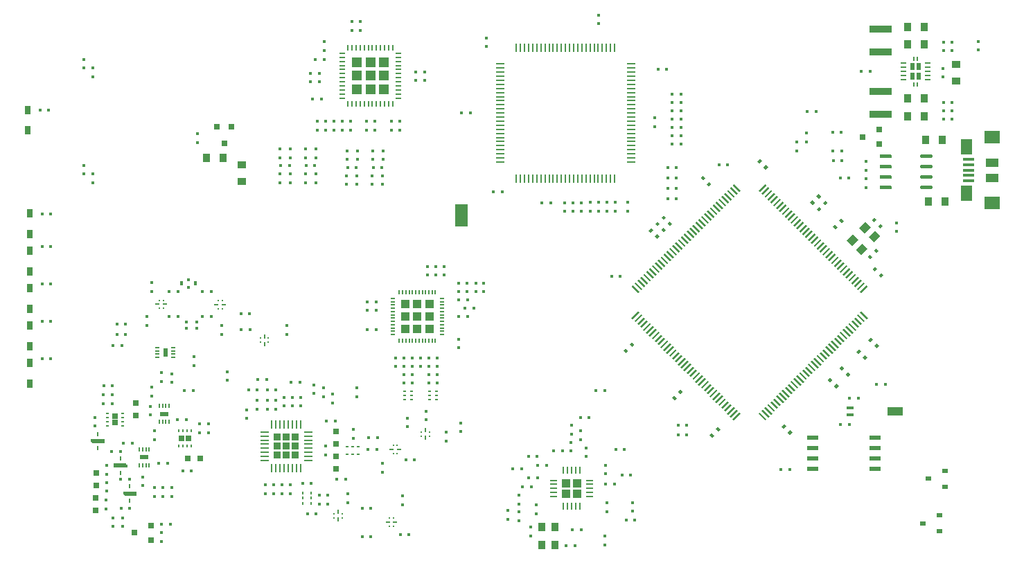
<source format=gbr>
G04 #@! TF.GenerationSoftware,KiCad,Pcbnew,(5.1.6-0-10_14)*
G04 #@! TF.CreationDate,2020-09-07T10:58:25+10:00*
G04 #@! TF.ProjectId,hackrf-one,6861636b-7266-42d6-9f6e-652e6b696361,rev?*
G04 #@! TF.SameCoordinates,Original*
G04 #@! TF.FileFunction,Paste,Top*
G04 #@! TF.FilePolarity,Positive*
%FSLAX45Y45*%
G04 Gerber Fmt 4.5, Leading zero omitted, Abs format (unit mm)*
G04 Created by KiCad (PCBNEW (5.1.6-0-10_14)) date 2020-09-07 10:58:25*
%MOMM*%
%LPD*%
G01*
G04 APERTURE LIST*
%ADD10R,0.684000X0.608000*%
%ADD11R,1.890000X1.575000*%
%ADD12R,1.314000X1.926000*%
%ADD13R,1.596000X1.045000*%
%ADD14R,1.330000X0.304000*%
%ADD15R,0.144000X0.288000*%
%ADD16R,0.489600X0.192000*%
%ADD17R,0.288000X0.144000*%
%ADD18R,0.192000X0.489600*%
%ADD19R,0.424688X0.386080*%
%ADD20R,1.078000X0.588000*%
%ADD21R,0.182400X0.608000*%
%ADD22R,1.003200X1.003200*%
%ADD23O,0.912000X0.243200*%
%ADD24O,0.243200X0.912000*%
%ADD25R,0.760000X1.140000*%
%ADD26R,0.386080X0.424688*%
%ADD27R,1.094536X0.874472*%
%ADD28R,0.874472X1.094536*%
%ADD29C,0.150000*%
%ADD30R,1.558000X2.774000*%
%ADD31R,0.656336X0.656336*%
%ADD32R,2.812592X0.911148*%
%ADD33R,0.694944X0.694944*%
%ADD34R,0.250952X0.310794*%
%ADD35R,0.310794X0.250952*%
%ADD36R,0.418896X0.189180*%
%ADD37R,0.380288X0.303072*%
%ADD38R,0.455574X0.380288*%
%ADD39R,0.380288X0.532790*%
%ADD40R,0.588000X1.078000*%
%ADD41R,0.608000X0.182400*%
%ADD42R,1.447800X0.482600*%
%ADD43R,0.212800X0.532000*%
%ADD44R,0.627000X0.912000*%
%ADD45R,0.646000X0.212800*%
%ADD46R,1.140866X0.223926*%
%ADD47R,0.223926X1.140866*%
%ADD48R,0.911148X1.063650*%
%ADD49R,1.824000X1.140000*%
%ADD50R,0.836000X0.456000*%
%ADD51O,1.026000X0.212800*%
%ADD52O,0.212800X1.026000*%
%ADD53R,0.836000X0.836000*%
%ADD54R,1.140000X1.140000*%
%ADD55O,0.661200X0.186200*%
%ADD56O,0.186200X0.661200*%
%ADD57R,1.254000X1.254000*%
%ADD58O,0.684000X0.212800*%
%ADD59O,0.212800X0.684000*%
%ADD60R,0.750000X0.650000*%
%ADD61R,0.380000X0.190000*%
%ADD62R,0.650000X0.750000*%
%ADD63R,0.190000X0.380000*%
%ADD64R,0.259200X0.528000*%
G04 APERTURE END LIST*
D10*
G04 #@! TO.C,D3*
X17113312Y-16174506D03*
X17313312Y-16079506D03*
X17313312Y-16269506D03*
G04 #@! TD*
G04 #@! TO.C,D1*
X17040922Y-16717304D03*
X17240922Y-16622304D03*
X17240922Y-16812304D03*
G04 #@! TD*
D11*
G04 #@! TO.C,J1*
X17885000Y-12000000D03*
X17885000Y-12800000D03*
D12*
X17577000Y-12117000D03*
X17577000Y-12683000D03*
D13*
X17885000Y-12306250D03*
X17885000Y-12493750D03*
D14*
X17597500Y-12270000D03*
X17597500Y-12335000D03*
X17597500Y-12400000D03*
X17597500Y-12465000D03*
X17597500Y-12530000D03*
G04 #@! TD*
D15*
G04 #@! TO.C,U5*
X7759540Y-14091160D03*
D16*
X7689940Y-14041160D03*
D15*
X7709540Y-13991160D03*
X7759540Y-13991160D03*
D16*
X7779140Y-14041160D03*
D15*
X7709540Y-14091160D03*
G04 #@! TD*
G04 #@! TO.C,U6*
X8428360Y-13993700D03*
D16*
X8497960Y-14043700D03*
D15*
X8478360Y-14093700D03*
X8428360Y-14093700D03*
D16*
X8408760Y-14043700D03*
D15*
X8478360Y-13993700D03*
G04 #@! TD*
G04 #@! TO.C,U1*
X10521320Y-16655620D03*
D16*
X10590920Y-16705620D03*
D15*
X10571320Y-16755620D03*
X10521320Y-16755620D03*
D16*
X10501720Y-16705620D03*
D15*
X10571320Y-16655620D03*
G04 #@! TD*
D17*
G04 #@! TO.C,U2*
X8944380Y-14505580D03*
D18*
X8994380Y-14435980D03*
D17*
X9044380Y-14455580D03*
X9044380Y-14505580D03*
D18*
X8994380Y-14525180D03*
D17*
X8944380Y-14455580D03*
G04 #@! TD*
G04 #@! TO.C,U7*
X9848620Y-16649340D03*
D18*
X9898620Y-16579740D03*
D17*
X9948620Y-16599340D03*
X9948620Y-16649340D03*
D18*
X9898620Y-16668940D03*
D17*
X9848620Y-16599340D03*
G04 #@! TD*
D15*
G04 #@! TO.C,U10*
X10619580Y-15866620D03*
D16*
X10549980Y-15816620D03*
D15*
X10569580Y-15766620D03*
X10619580Y-15766620D03*
D16*
X10639180Y-15816620D03*
D15*
X10569580Y-15866620D03*
G04 #@! TD*
D17*
G04 #@! TO.C,U11*
X10912880Y-15651120D03*
D18*
X10962880Y-15581520D03*
D17*
X11012880Y-15601120D03*
X11012880Y-15651120D03*
D18*
X10962880Y-15670720D03*
D17*
X10912880Y-15601120D03*
G04 #@! TD*
D19*
G04 #@! TO.C,C63*
X7864080Y-16283980D03*
X7864080Y-16390660D03*
G04 #@! TD*
D20*
G04 #@! TO.C,U14*
X7526260Y-15911760D03*
D21*
X7466260Y-15816760D03*
X7506260Y-15816760D03*
X7546260Y-15816760D03*
X7586260Y-15816760D03*
X7586260Y-16006760D03*
X7546260Y-16006760D03*
X7506260Y-16006760D03*
X7466260Y-16006760D03*
G04 #@! TD*
D19*
G04 #@! TO.C,C61*
X7650720Y-15697240D03*
X7650720Y-15590560D03*
G04 #@! TD*
D22*
G04 #@! TO.C,U19*
X12812920Y-16226600D03*
X12812920Y-16358600D03*
X12680920Y-16226600D03*
X12680920Y-16358600D03*
D23*
X12526920Y-16392600D03*
X12526920Y-16342600D03*
X12526920Y-16292600D03*
X12526920Y-16242600D03*
X12526920Y-16192600D03*
D24*
X12646920Y-16072600D03*
X12696920Y-16072600D03*
X12746920Y-16072600D03*
X12796920Y-16072600D03*
X12846920Y-16072600D03*
D23*
X12966920Y-16192600D03*
X12966920Y-16242600D03*
X12966920Y-16292600D03*
X12966920Y-16342600D03*
X12966920Y-16392600D03*
D24*
X12846920Y-16512600D03*
X12796920Y-16512600D03*
X12746920Y-16512600D03*
X12696920Y-16512600D03*
X12646920Y-16512600D03*
G04 #@! TD*
D25*
G04 #@! TO.C,D7*
X6100000Y-11665000D03*
X6100000Y-11915000D03*
G04 #@! TD*
G04 #@! TO.C,D8*
X6127000Y-12930000D03*
X6127000Y-13180000D03*
G04 #@! TD*
G04 #@! TO.C,D2*
X6127000Y-13387200D03*
X6127000Y-13637200D03*
G04 #@! TD*
G04 #@! TO.C,D4*
X6127000Y-13844400D03*
X6127000Y-14094400D03*
G04 #@! TD*
G04 #@! TO.C,D5*
X6127000Y-14301600D03*
X6127000Y-14551600D03*
G04 #@! TD*
G04 #@! TO.C,D6*
X6127000Y-14758800D03*
X6127000Y-15008800D03*
G04 #@! TD*
D19*
G04 #@! TO.C,C1*
X9109640Y-16251340D03*
X9109640Y-16358020D03*
G04 #@! TD*
G04 #@! TO.C,C2*
X9008040Y-16251340D03*
X9008040Y-16358020D03*
G04 #@! TD*
G04 #@! TO.C,C3*
X9312840Y-16251340D03*
X9312840Y-16358020D03*
G04 #@! TD*
G04 #@! TO.C,C4*
X9211240Y-16251340D03*
X9211240Y-16358020D03*
G04 #@! TD*
G04 #@! TO.C,C5*
X9234100Y-15286140D03*
X9234100Y-15179460D03*
G04 #@! TD*
G04 #@! TO.C,C6*
X9335700Y-15286140D03*
X9335700Y-15179460D03*
G04 #@! TD*
D26*
G04 #@! TO.C,C7*
X10761740Y-16857620D03*
X10655060Y-16857620D03*
G04 #@! TD*
D19*
G04 #@! TO.C,C8*
X11391900Y-15491460D03*
X11391900Y-15598140D03*
G04 #@! TD*
G04 #@! TO.C,C9*
X8540000Y-14970160D03*
X8540000Y-14863480D03*
G04 #@! TD*
D26*
G04 #@! TO.C,C10*
X8709900Y-14348160D03*
X8816580Y-14348160D03*
G04 #@! TD*
D19*
G04 #@! TO.C,C12*
X8779440Y-15329320D03*
X8779440Y-15436000D03*
G04 #@! TD*
D26*
G04 #@! TO.C,C13*
X8908980Y-15090560D03*
X8802300Y-15090560D03*
G04 #@! TD*
D19*
G04 #@! TO.C,C14*
X9033440Y-15321700D03*
X9033440Y-15215020D03*
G04 #@! TD*
D26*
G04 #@! TO.C,C15*
X9030900Y-15090560D03*
X9137580Y-15090560D03*
G04 #@! TD*
D19*
G04 #@! TO.C,C16*
X10686020Y-16492260D03*
X10686020Y-16385580D03*
G04 #@! TD*
D26*
G04 #@! TO.C,C17*
X8240240Y-14193820D03*
X8346920Y-14193820D03*
G04 #@! TD*
G04 #@! TO.C,C18*
X7833840Y-14193820D03*
X7940520Y-14193820D03*
G04 #@! TD*
G04 #@! TO.C,C20*
X8707360Y-14152880D03*
X8814040Y-14152880D03*
G04 #@! TD*
G04 #@! TO.C,C21*
X10297160Y-16537940D03*
X10190480Y-16537940D03*
G04 #@! TD*
G04 #@! TO.C,C22*
X9520160Y-16601480D03*
X9626840Y-16601480D03*
G04 #@! TD*
D19*
G04 #@! TO.C,C23*
X10126980Y-15171420D03*
X10126980Y-15064740D03*
G04 #@! TD*
G04 #@! TO.C,C24*
X9268700Y-14302780D03*
X9268700Y-14409460D03*
G04 #@! TD*
D26*
G04 #@! TO.C,C25*
X9665900Y-16373260D03*
X9772580Y-16373260D03*
G04 #@! TD*
G04 #@! TO.C,C26*
X7940520Y-13889020D03*
X7833840Y-13889020D03*
G04 #@! TD*
G04 #@! TO.C,C27*
X8240240Y-13889020D03*
X8346920Y-13889020D03*
G04 #@! TD*
G04 #@! TO.C,C28*
X9665900Y-16487560D03*
X9772580Y-16487560D03*
G04 #@! TD*
D19*
G04 #@! TO.C,C30*
X8473680Y-14406920D03*
X8473680Y-14300240D03*
G04 #@! TD*
G04 #@! TO.C,C31*
X7559520Y-14297960D03*
X7559520Y-14191280D03*
G04 #@! TD*
D26*
G04 #@! TO.C,C32*
X10297160Y-16880840D03*
X10190480Y-16880840D03*
G04 #@! TD*
D19*
G04 #@! TO.C,C33*
X10011340Y-16467240D03*
X10011340Y-16360560D03*
G04 #@! TD*
G04 #@! TO.C,C34*
X9831000Y-15245500D03*
X9831000Y-15138820D03*
G04 #@! TD*
G04 #@! TO.C,C35*
X9716700Y-15169300D03*
X9716700Y-15062620D03*
G04 #@! TD*
G04 #@! TO.C,C36*
X9602400Y-15131200D03*
X9602400Y-15024520D03*
G04 #@! TD*
D26*
G04 #@! TO.C,C37*
X9427140Y-14991500D03*
X9320460Y-14991500D03*
G04 #@! TD*
G04 #@! TO.C,C38*
X7191220Y-14282720D03*
X7297900Y-14282720D03*
G04 #@! TD*
D19*
G04 #@! TO.C,C39*
X8130540Y-14787880D03*
X8130540Y-14681200D03*
G04 #@! TD*
D26*
G04 #@! TO.C,C40*
X7191220Y-14407180D03*
X7297900Y-14407180D03*
G04 #@! TD*
G04 #@! TO.C,C41*
X9879260Y-16182760D03*
X9985940Y-16182760D03*
G04 #@! TD*
G04 #@! TO.C,C42*
X9858940Y-15471560D03*
X9752260Y-15471560D03*
G04 #@! TD*
G04 #@! TO.C,C43*
X7254240Y-14541500D03*
X7147560Y-14541500D03*
G04 #@! TD*
D19*
G04 #@! TO.C,C44*
X7864080Y-14996160D03*
X7864080Y-14889480D03*
G04 #@! TD*
D26*
G04 #@! TO.C,C45*
X10269460Y-15671840D03*
X10376140Y-15671840D03*
G04 #@! TD*
G04 #@! TO.C,C46*
X10365980Y-15816620D03*
X10259300Y-15816620D03*
G04 #@! TD*
D19*
G04 #@! TO.C,C47*
X11216640Y-15709900D03*
X11216640Y-15603220D03*
G04 #@! TD*
G04 #@! TO.C,C48*
X10967960Y-15453360D03*
X10967960Y-15346680D03*
G04 #@! TD*
G04 #@! TO.C,C49*
X10085000Y-15570620D03*
X10085000Y-15677300D03*
G04 #@! TD*
G04 #@! TO.C,C50*
X7597380Y-15394980D03*
X7597380Y-15288300D03*
G04 #@! TD*
D26*
G04 #@! TO.C,C51*
X10830800Y-15946160D03*
X10724120Y-15946160D03*
G04 #@! TD*
G04 #@! TO.C,C52*
X7135100Y-15252740D03*
X7028420Y-15252740D03*
G04 #@! TD*
G04 #@! TO.C,C53*
X7135100Y-15146060D03*
X7028420Y-15146060D03*
G04 #@! TD*
D19*
G04 #@! TO.C,C54*
X10439640Y-15986800D03*
X10439640Y-16093480D03*
G04 #@! TD*
D26*
G04 #@! TO.C,C55*
X8019920Y-15093880D03*
X8126600Y-15093880D03*
G04 #@! TD*
D19*
G04 #@! TO.C,C56*
X10739120Y-15539720D03*
X10739120Y-15433040D03*
G04 #@! TD*
G04 #@! TO.C,C57*
X7739620Y-14986040D03*
X7739620Y-14879360D03*
G04 #@! TD*
G04 #@! TO.C,C58*
X6924280Y-15529600D03*
X6924280Y-15422920D03*
G04 #@! TD*
D26*
G04 #@! TO.C,C59*
X7935200Y-15448320D03*
X8041880Y-15448320D03*
G04 #@! TD*
D19*
G04 #@! TO.C,C60*
X7615160Y-15057160D03*
X7615160Y-15163840D03*
G04 #@! TD*
D26*
G04 #@! TO.C,C62*
X7810740Y-15981720D03*
X7704060Y-15981720D03*
G04 #@! TD*
D19*
G04 #@! TO.C,C64*
X7511020Y-16151900D03*
X7511020Y-16258580D03*
G04 #@! TD*
G04 #@! TO.C,C65*
X7757400Y-16390660D03*
X7757400Y-16283980D03*
G04 #@! TD*
G04 #@! TO.C,C66*
X7650720Y-16390660D03*
X7650720Y-16283980D03*
G04 #@! TD*
G04 #@! TO.C,C67*
X12108020Y-16376300D03*
X12108020Y-16482980D03*
G04 #@! TD*
G04 #@! TO.C,C68*
X12746240Y-15625480D03*
X12746240Y-15518800D03*
G04 #@! TD*
D26*
G04 #@! TO.C,C69*
X12855460Y-15427360D03*
X12962140Y-15427360D03*
G04 #@! TD*
D19*
G04 #@! TO.C,C70*
X12108020Y-16579500D03*
X12108020Y-16686180D03*
G04 #@! TD*
G04 #@! TO.C,C71*
X10048240Y-11802440D03*
X10048240Y-11909120D03*
G04 #@! TD*
G04 #@! TO.C,C72*
X9946640Y-11802440D03*
X9946640Y-11909120D03*
G04 #@! TD*
G04 #@! TO.C,C73*
X10340340Y-11802440D03*
X10340340Y-11909120D03*
G04 #@! TD*
G04 #@! TO.C,C74*
X10238740Y-11802440D03*
X10238740Y-11909120D03*
G04 #@! TD*
G04 #@! TO.C,C75*
X10543540Y-11802440D03*
X10543540Y-11909120D03*
G04 #@! TD*
G04 #@! TO.C,C76*
X10645140Y-11802440D03*
X10645140Y-11909120D03*
G04 #@! TD*
G04 #@! TO.C,C77*
X10162540Y-10689920D03*
X10162540Y-10583240D03*
G04 #@! TD*
G04 #@! TO.C,C78*
X10060940Y-10689920D03*
X10060940Y-10583240D03*
G04 #@! TD*
D26*
G04 #@! TO.C,C79*
X9726930Y-11049330D03*
X9620250Y-11049330D03*
G04 #@! TD*
D19*
G04 #@! TO.C,C80*
X9724390Y-10937570D03*
X9724390Y-10830890D03*
G04 #@! TD*
D26*
G04 #@! TO.C,C81*
X9663430Y-11316030D03*
X9556750Y-11316030D03*
G04 #@! TD*
G04 #@! TO.C,C82*
X9663430Y-11214430D03*
X9556750Y-11214430D03*
G04 #@! TD*
G04 #@! TO.C,C83*
X9688830Y-11531930D03*
X9582150Y-11531930D03*
G04 #@! TD*
D19*
G04 #@! TO.C,C84*
X10598150Y-14695170D03*
X10598150Y-14801850D03*
G04 #@! TD*
G04 #@! TO.C,C85*
X10902950Y-14695170D03*
X10902950Y-14801850D03*
G04 #@! TD*
G04 #@! TO.C,C86*
X11372850Y-14466570D03*
X11372850Y-14573250D03*
G04 #@! TD*
D26*
G04 #@! TO.C,C87*
X11370310Y-14189710D03*
X11476990Y-14189710D03*
G04 #@! TD*
G04 #@! TO.C,C88*
X11446510Y-14088110D03*
X11553190Y-14088110D03*
G04 #@! TD*
G04 #@! TO.C,C89*
X11370310Y-13986510D03*
X11476990Y-13986510D03*
G04 #@! TD*
D19*
G04 #@! TO.C,C90*
X10991850Y-13684250D03*
X10991850Y-13577570D03*
G04 #@! TD*
G04 #@! TO.C,C91*
X11093450Y-13684250D03*
X11093450Y-13577570D03*
G04 #@! TD*
D26*
G04 #@! TO.C,C92*
X10359390Y-14011910D03*
X10252710Y-14011910D03*
G04 #@! TD*
G04 #@! TO.C,C93*
X10359390Y-14113510D03*
X10252710Y-14113510D03*
G04 #@! TD*
G04 #@! TO.C,C94*
X10359390Y-14354810D03*
X10252710Y-14354810D03*
G04 #@! TD*
G04 #@! TO.C,C95*
X9192260Y-12346000D03*
X9298940Y-12346000D03*
G04 #@! TD*
G04 #@! TO.C,C96*
X9504680Y-12346000D03*
X9611360Y-12346000D03*
G04 #@! TD*
D19*
G04 #@! TO.C,C97*
X9641840Y-11802440D03*
X9641840Y-11909120D03*
G04 #@! TD*
G04 #@! TO.C,C98*
X9743440Y-11802440D03*
X9743440Y-11909120D03*
G04 #@! TD*
G04 #@! TO.C,C99*
X10699750Y-14796770D03*
X10699750Y-14903450D03*
G04 #@! TD*
G04 #@! TO.C,C100*
X9845040Y-11802440D03*
X9845040Y-11909120D03*
G04 #@! TD*
D26*
G04 #@! TO.C,C101*
X10011410Y-12370130D03*
X10118090Y-12370130D03*
G04 #@! TD*
D19*
G04 #@! TO.C,C102*
X10801350Y-14796770D03*
X10801350Y-14903450D03*
G04 #@! TD*
D26*
G04 #@! TO.C,C103*
X10323830Y-12370130D03*
X10430510Y-12370130D03*
G04 #@! TD*
D19*
G04 #@! TO.C,C104*
X11004550Y-14796770D03*
X11004550Y-14903450D03*
G04 #@! TD*
D27*
G04 #@! TO.C,C105*
X8715260Y-12536840D03*
X8715260Y-12333640D03*
G04 #@! TD*
D19*
G04 #@! TO.C,C106*
X11195050Y-13684250D03*
X11195050Y-13577570D03*
G04 #@! TD*
G04 #@! TO.C,C107*
X10447020Y-12269800D03*
X10447020Y-12163120D03*
G04 #@! TD*
G04 #@! TO.C,C108*
X10320020Y-12269800D03*
X10320020Y-12163120D03*
G04 #@! TD*
G04 #@! TO.C,C109*
X10134600Y-12269800D03*
X10134600Y-12163120D03*
G04 #@! TD*
G04 #@! TO.C,C110*
X10007600Y-12269800D03*
X10007600Y-12163120D03*
G04 #@! TD*
G04 #@! TO.C,C111*
X11106150Y-14796770D03*
X11106150Y-14903450D03*
G04 #@! TD*
G04 #@! TO.C,C112*
X11372850Y-13780770D03*
X11372850Y-13887450D03*
G04 #@! TD*
G04 #@! TO.C,C113*
X12315120Y-16493260D03*
X12315120Y-16599940D03*
G04 #@! TD*
G04 #@! TO.C,C114*
X11677650Y-13780770D03*
X11677650Y-13887450D03*
G04 #@! TD*
D26*
G04 #@! TO.C,C115*
X12334760Y-16161420D03*
X12228080Y-16161420D03*
G04 #@! TD*
G04 #@! TO.C,C116*
X12139180Y-16054740D03*
X12032500Y-16054740D03*
G04 #@! TD*
G04 #@! TO.C,C118*
X16143340Y-15510000D03*
X16036660Y-15510000D03*
G04 #@! TD*
D19*
G04 #@! TO.C,C119*
X12924720Y-15901440D03*
X12924720Y-15794760D03*
G04 #@! TD*
G04 #@! TO.C,C120*
X13162800Y-16115700D03*
X13162800Y-16009020D03*
G04 #@! TD*
D26*
G04 #@! TO.C,C121*
X12256020Y-16270640D03*
X12149340Y-16270640D03*
G04 #@! TD*
G04 #@! TO.C,C122*
X12637020Y-15831220D03*
X12530340Y-15831220D03*
G04 #@! TD*
G04 #@! TO.C,C123*
X10845800Y-11305870D03*
X10952480Y-11305870D03*
G04 #@! TD*
G04 #@! TO.C,C124*
X10845800Y-11204270D03*
X10952480Y-11204270D03*
G04 #@! TD*
G04 #@! TO.C,C125*
X17400040Y-11779320D03*
X17293360Y-11779320D03*
G04 #@! TD*
D28*
G04 #@! TO.C,C126*
X16851400Y-11741220D03*
X17054600Y-11741220D03*
G04 #@! TD*
G04 #@! TO.C,C127*
X16851400Y-11525320D03*
X17054600Y-11525320D03*
G04 #@! TD*
D29*
G04 #@! TO.C,C128*
G36*
X15151010Y-12364287D02*
G01*
X15120980Y-12394317D01*
X15093680Y-12367017D01*
X15123710Y-12336987D01*
X15151010Y-12364287D01*
G37*
G36*
X15075576Y-12288853D02*
G01*
X15045546Y-12318883D01*
X15018246Y-12291583D01*
X15048276Y-12261553D01*
X15075576Y-12288853D01*
G37*
G04 #@! TD*
G04 #@! TO.C,C129*
G36*
X14459530Y-12570833D02*
G01*
X14429500Y-12600863D01*
X14402200Y-12573563D01*
X14432230Y-12543533D01*
X14459530Y-12570833D01*
G37*
G36*
X14384096Y-12495399D02*
G01*
X14354066Y-12525429D01*
X14326766Y-12498129D01*
X14356796Y-12468099D01*
X14384096Y-12495399D01*
G37*
G04 #@! TD*
G04 #@! TO.C,C130*
G36*
X13821932Y-13208431D02*
G01*
X13791902Y-13238461D01*
X13764602Y-13211161D01*
X13794632Y-13181131D01*
X13821932Y-13208431D01*
G37*
G36*
X13746498Y-13132997D02*
G01*
X13716468Y-13163027D01*
X13689168Y-13135727D01*
X13719198Y-13105697D01*
X13746498Y-13132997D01*
G37*
G04 #@! TD*
D26*
G04 #@! TO.C,C131*
X13343140Y-13700160D03*
X13236460Y-13700160D03*
G04 #@! TD*
D29*
G04 #@! TO.C,C132*
G36*
X13486172Y-14504998D02*
G01*
X13516202Y-14535028D01*
X13488902Y-14562328D01*
X13458872Y-14532298D01*
X13486172Y-14504998D01*
G37*
G36*
X13410738Y-14580432D02*
G01*
X13440768Y-14610462D01*
X13413468Y-14637762D01*
X13383438Y-14607732D01*
X13410738Y-14580432D01*
G37*
G04 #@! TD*
G04 #@! TO.C,C133*
G36*
X14079270Y-15081353D02*
G01*
X14109300Y-15111383D01*
X14082000Y-15138683D01*
X14051970Y-15108653D01*
X14079270Y-15081353D01*
G37*
G36*
X14003836Y-15156787D02*
G01*
X14033866Y-15186817D01*
X14006566Y-15214117D01*
X13976536Y-15184087D01*
X14003836Y-15156787D01*
G37*
G04 #@! TD*
G04 #@! TO.C,C134*
G36*
X14537263Y-15539346D02*
G01*
X14567293Y-15569376D01*
X14539993Y-15596676D01*
X14509963Y-15566646D01*
X14537263Y-15539346D01*
G37*
G36*
X14461829Y-15614780D02*
G01*
X14491859Y-15644810D01*
X14464559Y-15672110D01*
X14434529Y-15642080D01*
X14461829Y-15614780D01*
G37*
G04 #@! TD*
G04 #@! TO.C,C135*
G36*
X15314594Y-15533455D02*
G01*
X15344624Y-15503425D01*
X15371924Y-15530725D01*
X15341894Y-15560755D01*
X15314594Y-15533455D01*
G37*
G36*
X15390028Y-15608889D02*
G01*
X15420058Y-15578859D01*
X15447358Y-15606159D01*
X15417328Y-15636189D01*
X15390028Y-15608889D01*
G37*
G04 #@! TD*
G04 #@! TO.C,C136*
G36*
X15880350Y-14967699D02*
G01*
X15910380Y-14937669D01*
X15937680Y-14964969D01*
X15907650Y-14994999D01*
X15880350Y-14967699D01*
G37*
G36*
X15955785Y-15043133D02*
G01*
X15985815Y-15013103D01*
X16013115Y-15040403D01*
X15983085Y-15070433D01*
X15955785Y-15043133D01*
G37*
G04 #@! TD*
G04 #@! TO.C,C137*
G36*
X16024034Y-14824015D02*
G01*
X16054064Y-14793985D01*
X16081364Y-14821285D01*
X16051334Y-14851315D01*
X16024034Y-14824015D01*
G37*
G36*
X16099469Y-14899449D02*
G01*
X16129499Y-14869419D01*
X16156799Y-14896719D01*
X16126769Y-14926749D01*
X16099469Y-14899449D01*
G37*
G04 #@! TD*
G04 #@! TO.C,C138*
G36*
X16230580Y-14617469D02*
G01*
X16260610Y-14587439D01*
X16287910Y-14614739D01*
X16257880Y-14644769D01*
X16230580Y-14617469D01*
G37*
G36*
X16306015Y-14692903D02*
G01*
X16336045Y-14662873D01*
X16363345Y-14690173D01*
X16333315Y-14720203D01*
X16306015Y-14692903D01*
G37*
G04 #@! TD*
G04 #@! TO.C,C139*
G36*
X16374264Y-14473785D02*
G01*
X16404294Y-14443755D01*
X16431594Y-14471055D01*
X16401564Y-14501085D01*
X16374264Y-14473785D01*
G37*
G36*
X16449699Y-14549219D02*
G01*
X16479729Y-14519189D01*
X16507029Y-14546489D01*
X16476999Y-14576519D01*
X16449699Y-14549219D01*
G37*
G04 #@! TD*
G04 #@! TO.C,C140*
G36*
X16428146Y-13611680D02*
G01*
X16458176Y-13581650D01*
X16485476Y-13608950D01*
X16455446Y-13638980D01*
X16428146Y-13611680D01*
G37*
G36*
X16503580Y-13687115D02*
G01*
X16533610Y-13657085D01*
X16560910Y-13684385D01*
X16530880Y-13714415D01*
X16503580Y-13687115D01*
G37*
G04 #@! TD*
G04 #@! TO.C,C141*
G36*
X15694854Y-12825369D02*
G01*
X15664824Y-12795339D01*
X15692124Y-12768039D01*
X15722154Y-12798069D01*
X15694854Y-12825369D01*
G37*
G36*
X15770288Y-12749935D02*
G01*
X15740258Y-12719905D01*
X15767558Y-12692605D01*
X15797588Y-12722635D01*
X15770288Y-12749935D01*
G37*
G04 #@! TD*
G04 #@! TO.C,C142*
G36*
X15973242Y-13121718D02*
G01*
X15943212Y-13091688D01*
X15970512Y-13064388D01*
X16000542Y-13094418D01*
X15973242Y-13121718D01*
G37*
G36*
X16048676Y-13046283D02*
G01*
X16018646Y-13016253D01*
X16045946Y-12988953D01*
X16075976Y-13018983D01*
X16048676Y-13046283D01*
G37*
G04 #@! TD*
D27*
G04 #@! TO.C,C143*
X17448300Y-11106220D03*
X17448300Y-11309420D03*
G04 #@! TD*
D26*
G04 #@! TO.C,C144*
X15415260Y-16057880D03*
X15308580Y-16057880D03*
G04 #@! TD*
D28*
G04 #@! TO.C,C145*
X17054600Y-10864920D03*
X16851400Y-10864920D03*
G04 #@! TD*
G04 #@! TO.C,C146*
X17054600Y-10649020D03*
X16851400Y-10649020D03*
G04 #@! TD*
D19*
G04 #@! TO.C,C147*
X17283200Y-11154480D03*
X17283200Y-11261160D03*
G04 #@! TD*
G04 #@! TO.C,C148*
X13766800Y-11762740D03*
X13766800Y-11869420D03*
G04 #@! TD*
D26*
G04 #@! TO.C,C149*
X13805420Y-11170320D03*
X13912100Y-11170320D03*
G04 #@! TD*
D19*
G04 #@! TO.C,C150*
X13081000Y-10612120D03*
X13081000Y-10505440D03*
G04 #@! TD*
G04 #@! TO.C,C151*
X11709400Y-10891520D03*
X11709400Y-10784840D03*
G04 #@! TD*
D26*
G04 #@! TO.C,C152*
X12388100Y-12801000D03*
X12494780Y-12801000D03*
G04 #@! TD*
G04 #@! TO.C,C153*
X11508740Y-11701780D03*
X11402060Y-11701780D03*
G04 #@! TD*
G04 #@! TO.C,C154*
X11902960Y-12668920D03*
X11796280Y-12668920D03*
G04 #@! TD*
G04 #@! TO.C,C156*
X12329680Y-15899800D03*
X12223000Y-15899800D03*
G04 #@! TD*
D29*
G04 #@! TO.C,C157*
G36*
X16395314Y-13489908D02*
G01*
X16365284Y-13459878D01*
X16392584Y-13432578D01*
X16422614Y-13462608D01*
X16395314Y-13489908D01*
G37*
G36*
X16470748Y-13414474D02*
G01*
X16440718Y-13384444D01*
X16468018Y-13357144D01*
X16498048Y-13387174D01*
X16470748Y-13414474D01*
G37*
G04 #@! TD*
G04 #@! TO.C,C158*
G36*
X16419166Y-13010003D02*
G01*
X16449196Y-12979973D01*
X16476496Y-13007273D01*
X16446466Y-13037303D01*
X16419166Y-13010003D01*
G37*
G36*
X16494600Y-13085437D02*
G01*
X16524630Y-13055407D01*
X16551930Y-13082707D01*
X16521900Y-13112737D01*
X16494600Y-13085437D01*
G37*
G04 #@! TD*
D26*
G04 #@! TO.C,C159*
X13152640Y-15097160D03*
X13045960Y-15097160D03*
G04 #@! TD*
D19*
G04 #@! TO.C,C160*
X8308580Y-15501660D03*
X8308580Y-15608340D03*
G04 #@! TD*
G04 #@! TO.C,C161*
X8201900Y-15501660D03*
X8201900Y-15608340D03*
G04 #@! TD*
D26*
G04 #@! TO.C,C162*
X8102332Y-16074176D03*
X7995652Y-16074176D03*
G04 #@! TD*
G04 #@! TO.C,C163*
X7030706Y-15037856D03*
X7137386Y-15037856D03*
G04 #@! TD*
G04 #@! TO.C,C164*
X16146660Y-15190000D03*
X16253340Y-15190000D03*
G04 #@! TD*
G04 #@! TO.C,C165*
X13523480Y-16679580D03*
X13416800Y-16679580D03*
G04 #@! TD*
D19*
G04 #@! TO.C,C166*
X11971540Y-16560200D03*
X11971540Y-16666880D03*
G04 #@! TD*
G04 #@! TO.C,C167*
X8179320Y-11957720D03*
X8179320Y-12064400D03*
G04 #@! TD*
D26*
G04 #@! TO.C,C168*
X14028940Y-12750200D03*
X13922260Y-12750200D03*
G04 #@! TD*
G04 #@! TO.C,C169*
X12791440Y-16990060D03*
X12684760Y-16990060D03*
G04 #@! TD*
D19*
G04 #@! TO.C,C170*
X12250000Y-16873340D03*
X12250000Y-16766660D03*
G04 #@! TD*
D26*
G04 #@! TO.C,C171*
X7739620Y-16728480D03*
X7846300Y-16728480D03*
G04 #@! TD*
D28*
G04 #@! TO.C,FB1*
X17282400Y-12034560D03*
X17079200Y-12034560D03*
G04 #@! TD*
G04 #@! TO.C,FB2*
X8493760Y-12252960D03*
X8290560Y-12252960D03*
G04 #@! TD*
G04 #@! TO.C,FB3*
X17312880Y-12783860D03*
X17109680Y-12783860D03*
G04 #@! TD*
D30*
G04 #@! TO.C,J10*
X11400000Y-12950000D03*
G04 #@! TD*
D26*
G04 #@! TO.C,L1*
X9462700Y-16233560D03*
X9569380Y-16233560D03*
G04 #@! TD*
D31*
G04 #@! TO.C,L2*
X9869100Y-15903360D03*
X9869100Y-16055760D03*
G04 #@! TD*
G04 #@! TO.C,L3*
X9869100Y-15750960D03*
X9869100Y-15598560D03*
G04 #@! TD*
D19*
G04 #@! TO.C,L4*
X9742100Y-15773820D03*
X9742100Y-15880500D03*
G04 #@! TD*
D31*
G04 #@! TO.C,L5*
X7419580Y-15247660D03*
X7419580Y-15400060D03*
G04 #@! TD*
D26*
G04 #@! TO.C,L6*
X10697210Y-15002510D03*
X10803890Y-15002510D03*
G04 #@! TD*
G04 #@! TO.C,L7*
X10697210Y-14697710D03*
X10803890Y-14697710D03*
G04 #@! TD*
G04 #@! TO.C,L8*
X11002010Y-15002510D03*
X11108690Y-15002510D03*
G04 #@! TD*
G04 #@! TO.C,L9*
X11002010Y-14697710D03*
X11108690Y-14697710D03*
G04 #@! TD*
D32*
G04 #@! TO.C,L10*
X16521200Y-11716074D03*
X16521200Y-11436166D03*
G04 #@! TD*
G04 #@! TO.C,L11*
X16521200Y-10954074D03*
X16521200Y-10674166D03*
G04 #@! TD*
D31*
G04 #@! TO.C,L12*
X8206980Y-15928380D03*
X8054580Y-15928380D03*
G04 #@! TD*
G04 #@! TO.C,L13*
X6936980Y-16253500D03*
X6936980Y-16101100D03*
G04 #@! TD*
D33*
G04 #@! TO.C,Q3*
X8504440Y-12069480D03*
X8593340Y-11866280D03*
X8415540Y-11866280D03*
G04 #@! TD*
G04 #@! TO.C,Q4*
X7406880Y-16835160D03*
X7610080Y-16924060D03*
X7610080Y-16746260D03*
G04 #@! TD*
G04 #@! TO.C,Q5*
X16301960Y-11993920D03*
X16505160Y-12082820D03*
X16505160Y-11905020D03*
G04 #@! TD*
D19*
G04 #@! TO.C,R1*
X8906440Y-15215020D03*
X8906440Y-15321700D03*
G04 #@! TD*
D26*
G04 #@! TO.C,R2*
X9023280Y-14963560D03*
X8916600Y-14963560D03*
G04 #@! TD*
D19*
G04 #@! TO.C,R3*
X9135040Y-15321700D03*
X9135040Y-15215020D03*
G04 #@! TD*
G04 #@! TO.C,R4*
X9437300Y-15179460D03*
X9437300Y-15286140D03*
G04 #@! TD*
D29*
G04 #@! TO.C,R5*
G36*
X13769518Y-13056748D02*
G01*
X13799548Y-13026718D01*
X13826848Y-13054018D01*
X13796818Y-13084048D01*
X13769518Y-13056748D01*
G37*
G36*
X13844952Y-13132182D02*
G01*
X13874982Y-13102152D01*
X13902282Y-13129452D01*
X13872252Y-13159482D01*
X13844952Y-13132182D01*
G37*
G04 #@! TD*
G04 #@! TO.C,R6*
G36*
X13845718Y-12980548D02*
G01*
X13875748Y-12950518D01*
X13903048Y-12977818D01*
X13873018Y-13007848D01*
X13845718Y-12980548D01*
G37*
G36*
X13921152Y-13055982D02*
G01*
X13951182Y-13025952D01*
X13978482Y-13053252D01*
X13948452Y-13083282D01*
X13921152Y-13055982D01*
G37*
G04 #@! TD*
D19*
G04 #@! TO.C,R7*
X6787400Y-12447940D03*
X6787400Y-12341260D03*
G04 #@! TD*
G04 #@! TO.C,R8*
X9182100Y-12140260D03*
X9182100Y-12246940D03*
G04 #@! TD*
G04 #@! TO.C,R9*
X9309100Y-12140260D03*
X9309100Y-12246940D03*
G04 #@! TD*
G04 #@! TO.C,R10*
X9494520Y-12140260D03*
X9494520Y-12246940D03*
G04 #@! TD*
D26*
G04 #@! TO.C,R11*
X14656320Y-12338720D03*
X14549640Y-12338720D03*
G04 #@! TD*
D19*
G04 #@! TO.C,R12*
X16716260Y-13151520D03*
X16716260Y-13044840D03*
G04 #@! TD*
G04 #@! TO.C,R13*
X9621520Y-12140260D03*
X9621520Y-12246940D03*
G04 #@! TD*
G04 #@! TO.C,R14*
X9621520Y-12445060D03*
X9621520Y-12551740D03*
G04 #@! TD*
G04 #@! TO.C,R15*
X9494520Y-12445060D03*
X9494520Y-12551740D03*
G04 #@! TD*
G04 #@! TO.C,R16*
X9309100Y-12445060D03*
X9309100Y-12551740D03*
G04 #@! TD*
G04 #@! TO.C,R17*
X9182100Y-12445060D03*
X9182100Y-12551740D03*
G04 #@! TD*
D26*
G04 #@! TO.C,R18*
X6276860Y-13334400D03*
X6383540Y-13334400D03*
G04 #@! TD*
D19*
G04 #@! TO.C,R19*
X6896620Y-11259220D03*
X6896620Y-11152540D03*
G04 #@! TD*
G04 #@! TO.C,R20*
X10001250Y-12469190D03*
X10001250Y-12575870D03*
G04 #@! TD*
G04 #@! TO.C,R21*
X10128250Y-12469190D03*
X10128250Y-12575870D03*
G04 #@! TD*
G04 #@! TO.C,R22*
X10313670Y-12469190D03*
X10313670Y-12575870D03*
G04 #@! TD*
G04 #@! TO.C,R23*
X10440670Y-12469190D03*
X10440670Y-12575870D03*
G04 #@! TD*
D26*
G04 #@! TO.C,R25*
X11471910Y-13884910D03*
X11578590Y-13884910D03*
G04 #@! TD*
G04 #@! TO.C,R26*
X11471910Y-13783310D03*
X11578590Y-13783310D03*
G04 #@! TD*
G04 #@! TO.C,R27*
X13363460Y-16130940D03*
X13470140Y-16130940D03*
G04 #@! TD*
G04 #@! TO.C,R28*
X13289800Y-15818520D03*
X13396480Y-15818520D03*
G04 #@! TD*
D19*
G04 #@! TO.C,R30*
X6896620Y-12554620D03*
X6896620Y-12447940D03*
G04 #@! TD*
G04 #@! TO.C,R31*
X12743700Y-15729620D03*
X12743700Y-15836300D03*
G04 #@! TD*
G04 #@! TO.C,R32*
X12855460Y-15587380D03*
X12855460Y-15694060D03*
G04 #@! TD*
G04 #@! TO.C,R33*
X13493000Y-16572900D03*
X13493000Y-16466220D03*
G04 #@! TD*
D26*
G04 #@! TO.C,R34*
X12334240Y-16012160D03*
X12440920Y-16012160D03*
G04 #@! TD*
D19*
G04 #@! TO.C,R36*
X7739620Y-16941840D03*
X7739620Y-16835160D03*
G04 #@! TD*
D26*
G04 #@! TO.C,R37*
X16030460Y-12493660D03*
X16137140Y-12493660D03*
G04 #@! TD*
G04 #@! TO.C,R41*
X13922260Y-12623200D03*
X14028940Y-12623200D03*
G04 #@! TD*
G04 #@! TO.C,R46*
X17400040Y-11576120D03*
X17293360Y-11576120D03*
G04 #@! TD*
G04 #@! TO.C,R47*
X17400040Y-11677720D03*
X17293360Y-11677720D03*
G04 #@! TD*
G04 #@! TO.C,R48*
X16581640Y-15023500D03*
X16474960Y-15023500D03*
G04 #@! TD*
D19*
G04 #@! TO.C,R49*
X6787400Y-11045860D03*
X6787400Y-11152540D03*
G04 #@! TD*
D26*
G04 #@! TO.C,R51*
X16045700Y-11934860D03*
X15939020Y-11934860D03*
G04 #@! TD*
D19*
G04 #@! TO.C,R52*
X17715000Y-10930960D03*
X17715000Y-10824280D03*
G04 #@! TD*
D26*
G04 #@! TO.C,R54*
X16290060Y-11195120D03*
X16396740Y-11195120D03*
G04 #@! TD*
G04 #@! TO.C,R55*
X17400040Y-10941120D03*
X17293360Y-10941120D03*
G04 #@! TD*
G04 #@! TO.C,R56*
X17400040Y-10839520D03*
X17293360Y-10839520D03*
G04 #@! TD*
D19*
G04 #@! TO.C,R57*
X16347680Y-12611140D03*
X16347680Y-12504460D03*
G04 #@! TD*
G04 #@! TO.C,R58*
X16347680Y-12400320D03*
X16347680Y-12293640D03*
G04 #@! TD*
D26*
G04 #@! TO.C,R59*
X14155940Y-15638180D03*
X14049260Y-15638180D03*
G04 #@! TD*
G04 #@! TO.C,R62*
X15944100Y-12166000D03*
X16050780Y-12166000D03*
G04 #@! TD*
D19*
G04 #@! TO.C,R63*
X15618980Y-11950100D03*
X15618980Y-12056780D03*
G04 #@! TD*
G04 #@! TO.C,R64*
X15504680Y-12166000D03*
X15504680Y-12059320D03*
G04 #@! TD*
D26*
G04 #@! TO.C,R65*
X16053320Y-12282840D03*
X15946640Y-12282840D03*
G04 #@! TD*
G04 #@! TO.C,R66*
X15738360Y-11680860D03*
X15631680Y-11680860D03*
G04 #@! TD*
G04 #@! TO.C,R67*
X14028940Y-12369200D03*
X13922260Y-12369200D03*
G04 #@! TD*
G04 #@! TO.C,R68*
X14028940Y-12496200D03*
X13922260Y-12496200D03*
G04 #@! TD*
D29*
G04 #@! TO.C,R69*
G36*
X15775677Y-12906192D02*
G01*
X15745647Y-12876162D01*
X15772947Y-12848862D01*
X15802977Y-12878892D01*
X15775677Y-12906192D01*
G37*
G36*
X15851111Y-12830757D02*
G01*
X15821081Y-12800727D01*
X15848381Y-12773427D01*
X15878411Y-12803457D01*
X15851111Y-12830757D01*
G37*
G04 #@! TD*
D26*
G04 #@! TO.C,R72*
X6276860Y-13791600D03*
X6383540Y-13791600D03*
G04 #@! TD*
G04 #@! TO.C,R73*
X6276860Y-14248800D03*
X6383540Y-14248800D03*
G04 #@! TD*
G04 #@! TO.C,R74*
X6276860Y-14706000D03*
X6383540Y-14706000D03*
G04 #@! TD*
G04 #@! TO.C,R75*
X6251460Y-11670700D03*
X6358140Y-11670700D03*
G04 #@! TD*
G04 #@! TO.C,R76*
X6276860Y-12940700D03*
X6383540Y-12940700D03*
G04 #@! TD*
G04 #@! TO.C,R77*
X14086840Y-11473180D03*
X13980160Y-11473180D03*
G04 #@! TD*
G04 #@! TO.C,R78*
X14086840Y-11574780D03*
X13980160Y-11574780D03*
G04 #@! TD*
G04 #@! TO.C,R79*
X14086840Y-11676380D03*
X13980160Y-11676380D03*
G04 #@! TD*
G04 #@! TO.C,R80*
X14086840Y-11777980D03*
X13980160Y-11777980D03*
G04 #@! TD*
G04 #@! TO.C,R81*
X14086840Y-11879580D03*
X13980160Y-11879580D03*
G04 #@! TD*
D19*
G04 #@! TO.C,R85*
X13157720Y-16875160D03*
X13157720Y-16981840D03*
G04 #@! TD*
D26*
G04 #@! TO.C,R86*
X14086840Y-11981180D03*
X13980160Y-11981180D03*
G04 #@! TD*
G04 #@! TO.C,R87*
X14086840Y-12082780D03*
X13980160Y-12082780D03*
G04 #@! TD*
D19*
G04 #@! TO.C,R88*
X13434580Y-12900060D03*
X13434580Y-12793380D03*
G04 #@! TD*
G04 #@! TO.C,R89*
X13281660Y-12903200D03*
X13281660Y-12796520D03*
G04 #@! TD*
G04 #@! TO.C,R90*
X13180060Y-12903200D03*
X13180060Y-12796520D03*
G04 #@! TD*
G04 #@! TO.C,R91*
X13078460Y-12903200D03*
X13078460Y-12796520D03*
G04 #@! TD*
D26*
G04 #@! TO.C,R93*
X14155940Y-15518800D03*
X14049260Y-15518800D03*
G04 #@! TD*
G04 #@! TO.C,R94*
X13274560Y-16242700D03*
X13167880Y-16242700D03*
G04 #@! TD*
D19*
G04 #@! TO.C,R96*
X12976860Y-12903200D03*
X12976860Y-12796520D03*
G04 #@! TD*
G04 #@! TO.C,R98*
X12870700Y-12905140D03*
X12870700Y-12798460D03*
G04 #@! TD*
G04 #@! TO.C,R99*
X12769100Y-12905140D03*
X12769100Y-12798460D03*
G04 #@! TD*
G04 #@! TO.C,R100*
X12667500Y-12905140D03*
X12667500Y-12798460D03*
G04 #@! TD*
D26*
G04 #@! TO.C,R104*
X12863760Y-16800600D03*
X12757080Y-16800600D03*
G04 #@! TD*
D19*
G04 #@! TO.C,R105*
X13178720Y-16574540D03*
X13178720Y-16467860D03*
G04 #@! TD*
D34*
G04 #@! TO.C,T1*
X9466510Y-16477400D03*
X9466510Y-16411360D03*
X9466510Y-16345320D03*
X9565570Y-16345320D03*
X9565570Y-16411360D03*
X9565570Y-16477400D03*
G04 #@! TD*
D35*
G04 #@! TO.C,T2*
X10138340Y-15876690D03*
X10072300Y-15876690D03*
X10006260Y-15876690D03*
X10006260Y-15777630D03*
X10072300Y-15777630D03*
X10138340Y-15777630D03*
G04 #@! TD*
D36*
G04 #@! TO.C,T3*
X10708132Y-15204948D03*
X10708132Y-15154910D03*
X10708132Y-15104872D03*
X10792968Y-15104872D03*
X10792968Y-15154910D03*
X10792968Y-15204948D03*
G04 #@! TD*
G04 #@! TO.C,T4*
X11012932Y-15204948D03*
X11012932Y-15154910D03*
X11012932Y-15104872D03*
X11097768Y-15104872D03*
X11097768Y-15154910D03*
X11097768Y-15204948D03*
G04 #@! TD*
D37*
G04 #@! TO.C,U3*
X8040596Y-14260368D03*
X8165564Y-14260368D03*
X8165564Y-14330472D03*
X8040596Y-14330472D03*
G04 #@! TD*
D38*
G04 #@! TO.C,U8*
X8064980Y-13742462D03*
X8064980Y-13832378D03*
D39*
X7979890Y-13787420D03*
X8150070Y-13787420D03*
G04 #@! TD*
D40*
G04 #@! TO.C,U9*
X7785100Y-14630400D03*
D41*
X7690100Y-14690400D03*
X7690100Y-14650400D03*
X7690100Y-14610400D03*
X7690100Y-14570400D03*
X7880100Y-14570400D03*
X7880100Y-14610400D03*
X7880100Y-14650400D03*
X7880100Y-14690400D03*
G04 #@! TD*
D20*
G04 #@! TO.C,U12*
X7771000Y-15380900D03*
D21*
X7831000Y-15475900D03*
X7791000Y-15475900D03*
X7751000Y-15475900D03*
X7711000Y-15475900D03*
X7711000Y-15285900D03*
X7751000Y-15285900D03*
X7791000Y-15285900D03*
X7831000Y-15285900D03*
G04 #@! TD*
D42*
G04 #@! TO.C,U20*
X15694660Y-16055340D03*
X15694660Y-15928340D03*
X15694660Y-15801340D03*
X15694660Y-15674340D03*
X16456660Y-15674340D03*
X16456660Y-15801340D03*
X16456660Y-15928340D03*
X16456660Y-16055340D03*
G04 #@! TD*
D43*
G04 #@! TO.C,U21*
X16978000Y-11040120D03*
X16928000Y-11040120D03*
X16928000Y-11350120D03*
X16978000Y-11350120D03*
D44*
X16994000Y-11135120D03*
X16994000Y-11255120D03*
X16912000Y-11255120D03*
X16912000Y-11135120D03*
D45*
X16803000Y-11295120D03*
X16803000Y-11245120D03*
X16803000Y-11195120D03*
X16803000Y-11145120D03*
X16803000Y-11095120D03*
X17103000Y-11095120D03*
X17103000Y-11145120D03*
X17103000Y-11195120D03*
X17103000Y-11245120D03*
X17103000Y-11295120D03*
G04 #@! TD*
D29*
G04 #@! TO.C,U23*
G36*
X16273136Y-14141138D02*
G01*
X16288970Y-14125304D01*
X16369641Y-14205976D01*
X16353807Y-14221810D01*
X16273136Y-14141138D01*
G37*
G36*
X16237754Y-14176521D02*
G01*
X16253588Y-14160687D01*
X16334259Y-14241358D01*
X16318425Y-14257192D01*
X16237754Y-14176521D01*
G37*
G36*
X16202372Y-14211903D02*
G01*
X16218206Y-14196069D01*
X16298877Y-14276740D01*
X16283043Y-14292574D01*
X16202372Y-14211903D01*
G37*
G36*
X16166989Y-14247285D02*
G01*
X16182823Y-14231451D01*
X16263495Y-14312122D01*
X16247661Y-14327956D01*
X16166989Y-14247285D01*
G37*
G36*
X16131607Y-14282667D02*
G01*
X16147441Y-14266833D01*
X16228113Y-14347505D01*
X16212279Y-14363339D01*
X16131607Y-14282667D01*
G37*
G36*
X16096405Y-14317870D02*
G01*
X16112239Y-14302036D01*
X16192910Y-14382707D01*
X16177076Y-14398541D01*
X16096405Y-14317870D01*
G37*
G36*
X16061022Y-14353252D02*
G01*
X16076856Y-14337418D01*
X16157528Y-14418089D01*
X16141694Y-14433923D01*
X16061022Y-14353252D01*
G37*
G36*
X16025640Y-14388634D02*
G01*
X16041474Y-14372800D01*
X16122146Y-14453472D01*
X16106312Y-14469306D01*
X16025640Y-14388634D01*
G37*
G36*
X15990258Y-14424016D02*
G01*
X16006092Y-14408182D01*
X16086763Y-14488854D01*
X16070929Y-14504688D01*
X15990258Y-14424016D01*
G37*
G36*
X15954876Y-14459399D02*
G01*
X15970710Y-14443565D01*
X16051381Y-14524236D01*
X16035547Y-14540070D01*
X15954876Y-14459399D01*
G37*
G36*
X15919494Y-14494781D02*
G01*
X15935328Y-14478947D01*
X16015999Y-14559618D01*
X16000165Y-14575452D01*
X15919494Y-14494781D01*
G37*
G36*
X15884291Y-14529983D02*
G01*
X15900125Y-14514149D01*
X15980796Y-14594821D01*
X15964962Y-14610655D01*
X15884291Y-14529983D01*
G37*
G36*
X15848909Y-14565366D02*
G01*
X15864743Y-14549532D01*
X15945414Y-14630203D01*
X15929580Y-14646037D01*
X15848909Y-14565366D01*
G37*
G36*
X15813527Y-14600748D02*
G01*
X15829361Y-14584914D01*
X15910032Y-14665585D01*
X15894198Y-14681419D01*
X15813527Y-14600748D01*
G37*
G36*
X15778144Y-14636130D02*
G01*
X15793978Y-14620296D01*
X15874650Y-14700968D01*
X15858816Y-14716802D01*
X15778144Y-14636130D01*
G37*
G36*
X15742762Y-14671512D02*
G01*
X15758596Y-14655678D01*
X15839268Y-14736350D01*
X15823434Y-14752184D01*
X15742762Y-14671512D01*
G37*
G36*
X15707380Y-14706895D02*
G01*
X15723214Y-14691061D01*
X15803885Y-14771732D01*
X15788051Y-14787566D01*
X15707380Y-14706895D01*
G37*
G36*
X15671998Y-14742277D02*
G01*
X15687832Y-14726443D01*
X15768503Y-14807114D01*
X15752669Y-14822948D01*
X15671998Y-14742277D01*
G37*
G36*
X15636795Y-14777479D02*
G01*
X15652629Y-14761645D01*
X15733301Y-14842317D01*
X15717467Y-14858151D01*
X15636795Y-14777479D01*
G37*
G36*
X15601413Y-14812862D02*
G01*
X15617247Y-14797028D01*
X15697918Y-14877699D01*
X15682084Y-14893533D01*
X15601413Y-14812862D01*
G37*
G36*
X15566031Y-14848244D02*
G01*
X15581865Y-14832410D01*
X15662536Y-14913081D01*
X15646702Y-14928915D01*
X15566031Y-14848244D01*
G37*
G36*
X15530649Y-14883626D02*
G01*
X15546483Y-14867792D01*
X15627154Y-14948463D01*
X15611320Y-14964297D01*
X15530649Y-14883626D01*
G37*
G36*
X15495266Y-14919008D02*
G01*
X15511100Y-14903174D01*
X15591772Y-14983846D01*
X15575938Y-14999680D01*
X15495266Y-14919008D01*
G37*
G36*
X15459884Y-14954390D02*
G01*
X15475718Y-14938556D01*
X15556389Y-15019228D01*
X15540555Y-15035062D01*
X15459884Y-14954390D01*
G37*
G36*
X15424502Y-14989773D02*
G01*
X15440336Y-14973939D01*
X15521007Y-15054610D01*
X15505173Y-15070444D01*
X15424502Y-14989773D01*
G37*
G36*
X15389299Y-15024975D02*
G01*
X15405133Y-15009141D01*
X15485805Y-15089813D01*
X15469971Y-15105647D01*
X15389299Y-15024975D01*
G37*
G36*
X15353917Y-15060357D02*
G01*
X15369751Y-15044523D01*
X15450422Y-15125195D01*
X15434588Y-15141029D01*
X15353917Y-15060357D01*
G37*
G36*
X15318535Y-15095740D02*
G01*
X15334369Y-15079906D01*
X15415040Y-15160577D01*
X15399206Y-15176411D01*
X15318535Y-15095740D01*
G37*
G36*
X15283153Y-15131122D02*
G01*
X15298987Y-15115288D01*
X15379658Y-15195959D01*
X15363824Y-15211793D01*
X15283153Y-15131122D01*
G37*
G36*
X15247770Y-15166504D02*
G01*
X15263604Y-15150670D01*
X15344276Y-15231341D01*
X15328442Y-15247175D01*
X15247770Y-15166504D01*
G37*
G36*
X15212388Y-15201886D02*
G01*
X15228222Y-15186052D01*
X15308894Y-15266724D01*
X15293060Y-15282558D01*
X15212388Y-15201886D01*
G37*
G36*
X15177186Y-15237089D02*
G01*
X15193020Y-15221255D01*
X15273691Y-15301926D01*
X15257857Y-15317760D01*
X15177186Y-15237089D01*
G37*
G36*
X15141803Y-15272471D02*
G01*
X15157637Y-15256637D01*
X15238309Y-15337308D01*
X15222475Y-15353142D01*
X15141803Y-15272471D01*
G37*
G36*
X15106421Y-15307853D02*
G01*
X15122255Y-15292019D01*
X15202927Y-15372691D01*
X15187093Y-15388525D01*
X15106421Y-15307853D01*
G37*
G36*
X15071039Y-15343235D02*
G01*
X15086873Y-15327401D01*
X15167544Y-15408073D01*
X15151710Y-15423907D01*
X15071039Y-15343235D01*
G37*
G36*
X15035657Y-15378618D02*
G01*
X15051491Y-15362784D01*
X15132162Y-15443455D01*
X15116328Y-15459289D01*
X15035657Y-15378618D01*
G37*
G36*
X14798068Y-15362784D02*
G01*
X14813902Y-15378618D01*
X14733231Y-15459289D01*
X14717397Y-15443455D01*
X14798068Y-15362784D01*
G37*
G36*
X14762686Y-15327401D02*
G01*
X14778520Y-15343235D01*
X14697848Y-15423907D01*
X14682014Y-15408073D01*
X14762686Y-15327401D01*
G37*
G36*
X14727303Y-15292019D02*
G01*
X14743137Y-15307853D01*
X14662466Y-15388525D01*
X14646632Y-15372691D01*
X14727303Y-15292019D01*
G37*
G36*
X14691921Y-15256637D02*
G01*
X14707755Y-15272471D01*
X14627084Y-15353142D01*
X14611250Y-15337308D01*
X14691921Y-15256637D01*
G37*
G36*
X14656539Y-15221255D02*
G01*
X14672373Y-15237089D01*
X14591702Y-15317760D01*
X14575868Y-15301926D01*
X14656539Y-15221255D01*
G37*
G36*
X14621336Y-15186052D02*
G01*
X14637170Y-15201886D01*
X14556499Y-15282558D01*
X14540665Y-15266724D01*
X14621336Y-15186052D01*
G37*
G36*
X14585954Y-15150670D02*
G01*
X14601788Y-15166504D01*
X14521117Y-15247175D01*
X14505283Y-15231341D01*
X14585954Y-15150670D01*
G37*
G36*
X14550572Y-15115288D02*
G01*
X14566406Y-15131122D01*
X14485735Y-15211793D01*
X14469901Y-15195959D01*
X14550572Y-15115288D01*
G37*
G36*
X14515190Y-15079906D02*
G01*
X14531024Y-15095740D01*
X14450352Y-15176411D01*
X14434518Y-15160577D01*
X14515190Y-15079906D01*
G37*
G36*
X14479808Y-15044523D02*
G01*
X14495642Y-15060357D01*
X14414970Y-15141029D01*
X14399136Y-15125195D01*
X14479808Y-15044523D01*
G37*
G36*
X14444425Y-15009141D02*
G01*
X14460259Y-15024975D01*
X14379588Y-15105647D01*
X14363754Y-15089813D01*
X14444425Y-15009141D01*
G37*
G36*
X14409223Y-14973939D02*
G01*
X14425057Y-14989773D01*
X14344385Y-15070444D01*
X14328551Y-15054610D01*
X14409223Y-14973939D01*
G37*
G36*
X14373841Y-14938556D02*
G01*
X14389675Y-14954390D01*
X14309003Y-15035062D01*
X14293169Y-15019228D01*
X14373841Y-14938556D01*
G37*
G36*
X14338458Y-14903174D02*
G01*
X14354292Y-14919008D01*
X14273621Y-14999680D01*
X14257787Y-14983846D01*
X14338458Y-14903174D01*
G37*
G36*
X14303076Y-14867792D02*
G01*
X14318910Y-14883626D01*
X14238239Y-14964297D01*
X14222405Y-14948463D01*
X14303076Y-14867792D01*
G37*
G36*
X14267694Y-14832410D02*
G01*
X14283528Y-14848244D01*
X14202857Y-14928915D01*
X14187023Y-14913081D01*
X14267694Y-14832410D01*
G37*
G36*
X14232312Y-14797028D02*
G01*
X14248146Y-14812862D01*
X14167474Y-14893533D01*
X14151640Y-14877699D01*
X14232312Y-14797028D01*
G37*
G36*
X14196930Y-14761645D02*
G01*
X14212764Y-14777479D01*
X14132092Y-14858151D01*
X14116258Y-14842317D01*
X14196930Y-14761645D01*
G37*
G36*
X14161727Y-14726443D02*
G01*
X14177561Y-14742277D01*
X14096890Y-14822948D01*
X14081056Y-14807114D01*
X14161727Y-14726443D01*
G37*
G36*
X14126345Y-14691061D02*
G01*
X14142179Y-14706895D01*
X14061507Y-14787566D01*
X14045673Y-14771732D01*
X14126345Y-14691061D01*
G37*
G36*
X14090963Y-14655678D02*
G01*
X14106797Y-14671512D01*
X14026125Y-14752184D01*
X14010291Y-14736350D01*
X14090963Y-14655678D01*
G37*
G36*
X14055580Y-14620296D02*
G01*
X14071414Y-14636130D01*
X13990743Y-14716802D01*
X13974909Y-14700968D01*
X14055580Y-14620296D01*
G37*
G36*
X14020198Y-14584914D02*
G01*
X14036032Y-14600748D01*
X13955361Y-14681419D01*
X13939527Y-14665585D01*
X14020198Y-14584914D01*
G37*
G36*
X13984816Y-14549532D02*
G01*
X14000650Y-14565366D01*
X13919979Y-14646037D01*
X13904145Y-14630203D01*
X13984816Y-14549532D01*
G37*
G36*
X13949434Y-14514149D02*
G01*
X13965268Y-14529983D01*
X13884596Y-14610655D01*
X13868762Y-14594821D01*
X13949434Y-14514149D01*
G37*
G36*
X13914231Y-14478947D02*
G01*
X13930065Y-14494781D01*
X13849394Y-14575452D01*
X13833560Y-14559618D01*
X13914231Y-14478947D01*
G37*
G36*
X13878849Y-14443565D02*
G01*
X13894683Y-14459399D01*
X13814011Y-14540070D01*
X13798177Y-14524236D01*
X13878849Y-14443565D01*
G37*
G36*
X13843467Y-14408182D02*
G01*
X13859301Y-14424016D01*
X13778629Y-14504688D01*
X13762795Y-14488854D01*
X13843467Y-14408182D01*
G37*
G36*
X13808084Y-14372800D02*
G01*
X13823918Y-14388634D01*
X13743247Y-14469306D01*
X13727413Y-14453472D01*
X13808084Y-14372800D01*
G37*
G36*
X13772702Y-14337418D02*
G01*
X13788536Y-14353252D01*
X13707865Y-14433923D01*
X13692031Y-14418089D01*
X13772702Y-14337418D01*
G37*
G36*
X13737320Y-14302036D02*
G01*
X13753154Y-14317870D01*
X13672483Y-14398541D01*
X13656649Y-14382707D01*
X13737320Y-14302036D01*
G37*
G36*
X13702117Y-14266833D02*
G01*
X13717951Y-14282667D01*
X13637280Y-14363339D01*
X13621446Y-14347505D01*
X13702117Y-14266833D01*
G37*
G36*
X13666735Y-14231451D02*
G01*
X13682569Y-14247285D01*
X13601898Y-14327956D01*
X13586064Y-14312122D01*
X13666735Y-14231451D01*
G37*
G36*
X13631353Y-14196069D02*
G01*
X13647187Y-14211903D01*
X13566516Y-14292574D01*
X13550682Y-14276740D01*
X13631353Y-14196069D01*
G37*
G36*
X13595971Y-14160687D02*
G01*
X13611805Y-14176521D01*
X13531133Y-14257192D01*
X13515299Y-14241358D01*
X13595971Y-14160687D01*
G37*
G36*
X13560589Y-14125304D02*
G01*
X13576423Y-14141138D01*
X13495751Y-14221810D01*
X13479917Y-14205976D01*
X13560589Y-14125304D01*
G37*
G36*
X13479917Y-13822878D02*
G01*
X13495751Y-13807044D01*
X13576423Y-13887716D01*
X13560589Y-13903550D01*
X13479917Y-13822878D01*
G37*
G36*
X13515299Y-13787496D02*
G01*
X13531133Y-13771662D01*
X13611805Y-13852333D01*
X13595971Y-13868167D01*
X13515299Y-13787496D01*
G37*
G36*
X13550682Y-13752114D02*
G01*
X13566516Y-13736280D01*
X13647187Y-13816951D01*
X13631353Y-13832785D01*
X13550682Y-13752114D01*
G37*
G36*
X13586064Y-13716731D02*
G01*
X13601898Y-13700897D01*
X13682569Y-13781569D01*
X13666735Y-13797403D01*
X13586064Y-13716731D01*
G37*
G36*
X13621446Y-13681349D02*
G01*
X13637280Y-13665515D01*
X13717951Y-13746187D01*
X13702117Y-13762021D01*
X13621446Y-13681349D01*
G37*
G36*
X13656649Y-13646147D02*
G01*
X13672483Y-13630313D01*
X13753154Y-13710984D01*
X13737320Y-13726818D01*
X13656649Y-13646147D01*
G37*
G36*
X13692031Y-13610764D02*
G01*
X13707865Y-13594930D01*
X13788536Y-13675602D01*
X13772702Y-13691436D01*
X13692031Y-13610764D01*
G37*
G36*
X13727413Y-13575382D02*
G01*
X13743247Y-13559548D01*
X13823918Y-13640220D01*
X13808084Y-13656054D01*
X13727413Y-13575382D01*
G37*
G36*
X13762795Y-13540000D02*
G01*
X13778629Y-13524166D01*
X13859301Y-13604837D01*
X13843467Y-13620671D01*
X13762795Y-13540000D01*
G37*
G36*
X13798177Y-13504618D02*
G01*
X13814011Y-13488784D01*
X13894683Y-13569455D01*
X13878849Y-13585289D01*
X13798177Y-13504618D01*
G37*
G36*
X13833560Y-13469236D02*
G01*
X13849394Y-13453402D01*
X13930065Y-13534073D01*
X13914231Y-13549907D01*
X13833560Y-13469236D01*
G37*
G36*
X13868762Y-13434033D02*
G01*
X13884596Y-13418199D01*
X13965268Y-13498870D01*
X13949434Y-13514704D01*
X13868762Y-13434033D01*
G37*
G36*
X13904145Y-13398651D02*
G01*
X13919979Y-13382817D01*
X14000650Y-13463488D01*
X13984816Y-13479322D01*
X13904145Y-13398651D01*
G37*
G36*
X13939527Y-13363269D02*
G01*
X13955361Y-13347435D01*
X14036032Y-13428106D01*
X14020198Y-13443940D01*
X13939527Y-13363269D01*
G37*
G36*
X13974909Y-13327886D02*
G01*
X13990743Y-13312052D01*
X14071414Y-13392724D01*
X14055580Y-13408558D01*
X13974909Y-13327886D01*
G37*
G36*
X14010291Y-13292504D02*
G01*
X14026125Y-13276670D01*
X14106797Y-13357342D01*
X14090963Y-13373176D01*
X14010291Y-13292504D01*
G37*
G36*
X14045673Y-13257122D02*
G01*
X14061507Y-13241288D01*
X14142179Y-13321959D01*
X14126345Y-13337793D01*
X14045673Y-13257122D01*
G37*
G36*
X14081056Y-13221740D02*
G01*
X14096890Y-13205906D01*
X14177561Y-13286577D01*
X14161727Y-13302411D01*
X14081056Y-13221740D01*
G37*
G36*
X14116258Y-13186537D02*
G01*
X14132092Y-13170703D01*
X14212764Y-13251375D01*
X14196930Y-13267209D01*
X14116258Y-13186537D01*
G37*
G36*
X14151640Y-13151155D02*
G01*
X14167474Y-13135321D01*
X14248146Y-13215992D01*
X14232312Y-13231826D01*
X14151640Y-13151155D01*
G37*
G36*
X14187023Y-13115773D02*
G01*
X14202857Y-13099939D01*
X14283528Y-13180610D01*
X14267694Y-13196444D01*
X14187023Y-13115773D01*
G37*
G36*
X14222405Y-13080391D02*
G01*
X14238239Y-13064557D01*
X14318910Y-13145228D01*
X14303076Y-13161062D01*
X14222405Y-13080391D01*
G37*
G36*
X14257787Y-13045008D02*
G01*
X14273621Y-13029174D01*
X14354292Y-13109846D01*
X14338458Y-13125680D01*
X14257787Y-13045008D01*
G37*
G36*
X14293169Y-13009626D02*
G01*
X14309003Y-12993792D01*
X14389675Y-13074464D01*
X14373841Y-13090298D01*
X14293169Y-13009626D01*
G37*
G36*
X14328551Y-12974244D02*
G01*
X14344385Y-12958410D01*
X14425057Y-13039081D01*
X14409223Y-13054915D01*
X14328551Y-12974244D01*
G37*
G36*
X14363754Y-12939041D02*
G01*
X14379588Y-12923207D01*
X14460259Y-13003879D01*
X14444425Y-13019713D01*
X14363754Y-12939041D01*
G37*
G36*
X14399136Y-12903659D02*
G01*
X14414970Y-12887825D01*
X14495642Y-12968496D01*
X14479808Y-12984330D01*
X14399136Y-12903659D01*
G37*
G36*
X14434518Y-12868277D02*
G01*
X14450352Y-12852443D01*
X14531024Y-12933114D01*
X14515190Y-12948948D01*
X14434518Y-12868277D01*
G37*
G36*
X14469901Y-12832895D02*
G01*
X14485735Y-12817061D01*
X14566406Y-12897732D01*
X14550572Y-12913566D01*
X14469901Y-12832895D01*
G37*
G36*
X14505283Y-12797512D02*
G01*
X14521117Y-12781678D01*
X14601788Y-12862350D01*
X14585954Y-12878184D01*
X14505283Y-12797512D01*
G37*
G36*
X14540665Y-12762130D02*
G01*
X14556499Y-12746296D01*
X14637170Y-12826968D01*
X14621336Y-12842802D01*
X14540665Y-12762130D01*
G37*
G36*
X14575868Y-12726928D02*
G01*
X14591702Y-12711094D01*
X14672373Y-12791765D01*
X14656539Y-12807599D01*
X14575868Y-12726928D01*
G37*
G36*
X14611250Y-12691545D02*
G01*
X14627084Y-12675711D01*
X14707755Y-12756383D01*
X14691921Y-12772217D01*
X14611250Y-12691545D01*
G37*
G36*
X14646632Y-12656163D02*
G01*
X14662466Y-12640329D01*
X14743137Y-12721001D01*
X14727303Y-12736835D01*
X14646632Y-12656163D01*
G37*
G36*
X14682014Y-12620781D02*
G01*
X14697848Y-12604947D01*
X14778520Y-12685618D01*
X14762686Y-12701452D01*
X14682014Y-12620781D01*
G37*
G36*
X14717397Y-12585399D02*
G01*
X14733231Y-12569565D01*
X14813902Y-12650236D01*
X14798068Y-12666070D01*
X14717397Y-12585399D01*
G37*
G36*
X15116328Y-12569565D02*
G01*
X15132162Y-12585399D01*
X15051491Y-12666070D01*
X15035657Y-12650236D01*
X15116328Y-12569565D01*
G37*
G36*
X15151710Y-12604947D02*
G01*
X15167544Y-12620781D01*
X15086873Y-12701452D01*
X15071039Y-12685618D01*
X15151710Y-12604947D01*
G37*
G36*
X15187093Y-12640329D02*
G01*
X15202927Y-12656163D01*
X15122255Y-12736835D01*
X15106421Y-12721001D01*
X15187093Y-12640329D01*
G37*
G36*
X15222475Y-12675711D02*
G01*
X15238309Y-12691545D01*
X15157637Y-12772217D01*
X15141803Y-12756383D01*
X15222475Y-12675711D01*
G37*
G36*
X15257857Y-12711094D02*
G01*
X15273691Y-12726928D01*
X15193020Y-12807599D01*
X15177186Y-12791765D01*
X15257857Y-12711094D01*
G37*
G36*
X15293060Y-12746296D02*
G01*
X15308894Y-12762130D01*
X15228222Y-12842802D01*
X15212388Y-12826968D01*
X15293060Y-12746296D01*
G37*
G36*
X15328442Y-12781678D02*
G01*
X15344276Y-12797512D01*
X15263604Y-12878184D01*
X15247770Y-12862350D01*
X15328442Y-12781678D01*
G37*
G36*
X15363824Y-12817061D02*
G01*
X15379658Y-12832895D01*
X15298987Y-12913566D01*
X15283153Y-12897732D01*
X15363824Y-12817061D01*
G37*
G36*
X15399206Y-12852443D02*
G01*
X15415040Y-12868277D01*
X15334369Y-12948948D01*
X15318535Y-12933114D01*
X15399206Y-12852443D01*
G37*
G36*
X15434588Y-12887825D02*
G01*
X15450422Y-12903659D01*
X15369751Y-12984330D01*
X15353917Y-12968496D01*
X15434588Y-12887825D01*
G37*
G36*
X15469971Y-12923207D02*
G01*
X15485805Y-12939041D01*
X15405133Y-13019713D01*
X15389299Y-13003879D01*
X15469971Y-12923207D01*
G37*
G36*
X15505173Y-12958410D02*
G01*
X15521007Y-12974244D01*
X15440336Y-13054915D01*
X15424502Y-13039081D01*
X15505173Y-12958410D01*
G37*
G36*
X15540555Y-12993792D02*
G01*
X15556389Y-13009626D01*
X15475718Y-13090298D01*
X15459884Y-13074464D01*
X15540555Y-12993792D01*
G37*
G36*
X15575938Y-13029174D02*
G01*
X15591772Y-13045008D01*
X15511100Y-13125680D01*
X15495266Y-13109846D01*
X15575938Y-13029174D01*
G37*
G36*
X15611320Y-13064557D02*
G01*
X15627154Y-13080391D01*
X15546483Y-13161062D01*
X15530649Y-13145228D01*
X15611320Y-13064557D01*
G37*
G36*
X15646702Y-13099939D02*
G01*
X15662536Y-13115773D01*
X15581865Y-13196444D01*
X15566031Y-13180610D01*
X15646702Y-13099939D01*
G37*
G36*
X15682084Y-13135321D02*
G01*
X15697918Y-13151155D01*
X15617247Y-13231826D01*
X15601413Y-13215992D01*
X15682084Y-13135321D01*
G37*
G36*
X15717467Y-13170703D02*
G01*
X15733301Y-13186537D01*
X15652629Y-13267209D01*
X15636795Y-13251375D01*
X15717467Y-13170703D01*
G37*
G36*
X15752669Y-13205906D02*
G01*
X15768503Y-13221740D01*
X15687832Y-13302411D01*
X15671998Y-13286577D01*
X15752669Y-13205906D01*
G37*
G36*
X15788051Y-13241288D02*
G01*
X15803885Y-13257122D01*
X15723214Y-13337793D01*
X15707380Y-13321959D01*
X15788051Y-13241288D01*
G37*
G36*
X15823434Y-13276670D02*
G01*
X15839268Y-13292504D01*
X15758596Y-13373176D01*
X15742762Y-13357342D01*
X15823434Y-13276670D01*
G37*
G36*
X15858816Y-13312052D02*
G01*
X15874650Y-13327886D01*
X15793978Y-13408558D01*
X15778144Y-13392724D01*
X15858816Y-13312052D01*
G37*
G36*
X15894198Y-13347435D02*
G01*
X15910032Y-13363269D01*
X15829361Y-13443940D01*
X15813527Y-13428106D01*
X15894198Y-13347435D01*
G37*
G36*
X15929580Y-13382817D02*
G01*
X15945414Y-13398651D01*
X15864743Y-13479322D01*
X15848909Y-13463488D01*
X15929580Y-13382817D01*
G37*
G36*
X15964962Y-13418199D02*
G01*
X15980796Y-13434033D01*
X15900125Y-13514704D01*
X15884291Y-13498870D01*
X15964962Y-13418199D01*
G37*
G36*
X16000165Y-13453402D02*
G01*
X16015999Y-13469236D01*
X15935328Y-13549907D01*
X15919494Y-13534073D01*
X16000165Y-13453402D01*
G37*
G36*
X16035547Y-13488784D02*
G01*
X16051381Y-13504618D01*
X15970710Y-13585289D01*
X15954876Y-13569455D01*
X16035547Y-13488784D01*
G37*
G36*
X16070929Y-13524166D02*
G01*
X16086763Y-13540000D01*
X16006092Y-13620671D01*
X15990258Y-13604837D01*
X16070929Y-13524166D01*
G37*
G36*
X16106312Y-13559548D02*
G01*
X16122146Y-13575382D01*
X16041474Y-13656054D01*
X16025640Y-13640220D01*
X16106312Y-13559548D01*
G37*
G36*
X16141694Y-13594930D02*
G01*
X16157528Y-13610764D01*
X16076856Y-13691436D01*
X16061022Y-13675602D01*
X16141694Y-13594930D01*
G37*
G36*
X16177076Y-13630313D02*
G01*
X16192910Y-13646147D01*
X16112239Y-13726818D01*
X16096405Y-13710984D01*
X16177076Y-13630313D01*
G37*
G36*
X16212279Y-13665515D02*
G01*
X16228113Y-13681349D01*
X16147441Y-13762021D01*
X16131607Y-13746187D01*
X16212279Y-13665515D01*
G37*
G36*
X16247661Y-13700897D02*
G01*
X16263495Y-13716731D01*
X16182823Y-13797403D01*
X16166989Y-13781569D01*
X16247661Y-13700897D01*
G37*
G36*
X16283043Y-13736280D02*
G01*
X16298877Y-13752114D01*
X16218206Y-13832785D01*
X16202372Y-13816951D01*
X16283043Y-13736280D01*
G37*
G36*
X16318425Y-13771662D02*
G01*
X16334259Y-13787496D01*
X16253588Y-13868167D01*
X16237754Y-13852333D01*
X16318425Y-13771662D01*
G37*
G36*
X16353807Y-13807044D02*
G01*
X16369641Y-13822878D01*
X16288970Y-13903550D01*
X16273136Y-13887716D01*
X16353807Y-13807044D01*
G37*
G04 #@! TD*
D46*
G04 #@! TO.C,U24*
X13474700Y-11101832D03*
X13474700Y-11151870D03*
X13474700Y-11201654D03*
X13474700Y-11251692D03*
X13474700Y-11301730D03*
X13474700Y-11351768D03*
X13474700Y-11401806D03*
X13474700Y-11451844D03*
X13474700Y-11501882D03*
X13474700Y-11551666D03*
X13474700Y-11601704D03*
X13474700Y-11651742D03*
X13474700Y-11701780D03*
X13474700Y-11751818D03*
X13474700Y-11801856D03*
X13474700Y-11851894D03*
X13474700Y-11901678D03*
X13474700Y-11951716D03*
X13474700Y-12001754D03*
X13474700Y-12051792D03*
X13474700Y-12101830D03*
X13474700Y-12151868D03*
X13474700Y-12201906D03*
X13474700Y-12251690D03*
X13474700Y-12301728D03*
D47*
X13274548Y-12501880D03*
X13224510Y-12501880D03*
X13174726Y-12501880D03*
X13124688Y-12501880D03*
X13074650Y-12501880D03*
X13024612Y-12501880D03*
X12974574Y-12501880D03*
X12924536Y-12501880D03*
X12874498Y-12501880D03*
X12824714Y-12501880D03*
X12774676Y-12501880D03*
X12724638Y-12501880D03*
X12674600Y-12501880D03*
X12624562Y-12501880D03*
X12574524Y-12501880D03*
X12524486Y-12501880D03*
X12474702Y-12501880D03*
X12424664Y-12501880D03*
X12374626Y-12501880D03*
X12324588Y-12501880D03*
X12274550Y-12501880D03*
X12224512Y-12501880D03*
X12174474Y-12501880D03*
X12124690Y-12501880D03*
X12074652Y-12501880D03*
D46*
X11874500Y-12301728D03*
X11874500Y-12251690D03*
X11874500Y-12201906D03*
X11874500Y-12151868D03*
X11874500Y-12101830D03*
X11874500Y-12051792D03*
X11874500Y-12001754D03*
X11874500Y-11951716D03*
X11874500Y-11901678D03*
X11874500Y-11851894D03*
X11874500Y-11801856D03*
X11874500Y-11751818D03*
X11874500Y-11701780D03*
X11874500Y-11651742D03*
X11874500Y-11601704D03*
X11874500Y-11551666D03*
X11874500Y-11501882D03*
X11874500Y-11451844D03*
X11874500Y-11401806D03*
X11874500Y-11351768D03*
X11874500Y-11301730D03*
X11874500Y-11251692D03*
X11874500Y-11201654D03*
X11874500Y-11151870D03*
X11874500Y-11101832D03*
D47*
X12074652Y-10901680D03*
X12124690Y-10901680D03*
X12174474Y-10901680D03*
X12224512Y-10901680D03*
X12274550Y-10901680D03*
X12324588Y-10901680D03*
X12374626Y-10901680D03*
X12424664Y-10901680D03*
X12474702Y-10901680D03*
X12524486Y-10901680D03*
X12574524Y-10901680D03*
X12624562Y-10901680D03*
X12674600Y-10901680D03*
X12724638Y-10901680D03*
X12774676Y-10901680D03*
X12824714Y-10901680D03*
X12874498Y-10901680D03*
X12924536Y-10901680D03*
X12974574Y-10901680D03*
X13024612Y-10901680D03*
X13074650Y-10901680D03*
X13124688Y-10901680D03*
X13174726Y-10901680D03*
X13224510Y-10901680D03*
X13274548Y-10901680D03*
G04 #@! TD*
D48*
G04 #@! TO.C,X1*
X12387510Y-16986782D03*
X12547530Y-16766818D03*
X12387510Y-16766818D03*
X12547530Y-16986782D03*
G04 #@! TD*
D29*
G04 #@! TO.C,X2*
G36*
X16175187Y-13325954D02*
G01*
X16110759Y-13261526D01*
X16185970Y-13186314D01*
X16250398Y-13250742D01*
X16175187Y-13325954D01*
G37*
G36*
X16443876Y-13283567D02*
G01*
X16379448Y-13219139D01*
X16454659Y-13143928D01*
X16519087Y-13208356D01*
X16443876Y-13283567D01*
G37*
G36*
X16330725Y-13170416D02*
G01*
X16266297Y-13105988D01*
X16341508Y-13030776D01*
X16405936Y-13095204D01*
X16330725Y-13170416D01*
G37*
G36*
X16288338Y-13439105D02*
G01*
X16223910Y-13374677D01*
X16299121Y-13299466D01*
X16363549Y-13363894D01*
X16288338Y-13439105D01*
G37*
G04 #@! TD*
D49*
G04 #@! TO.C,X3*
X16705000Y-15350000D03*
D50*
X16150000Y-15305000D03*
X16150000Y-15395000D03*
G04 #@! TD*
D51*
G04 #@! TO.C,U4*
X9529540Y-15601360D03*
X9529540Y-15651360D03*
X9529540Y-15701360D03*
X9529540Y-15751360D03*
X9529540Y-15801360D03*
X9529540Y-15851360D03*
X9529540Y-15901360D03*
X9529540Y-15951360D03*
D52*
X9437040Y-16043860D03*
X9387040Y-16043860D03*
X9337040Y-16043860D03*
X9287040Y-16043860D03*
X9237040Y-16043860D03*
X9187040Y-16043860D03*
X9137040Y-16043860D03*
X9087040Y-16043860D03*
D51*
X8994540Y-15951360D03*
X8994540Y-15901360D03*
X8994540Y-15851360D03*
X8994540Y-15801360D03*
X8994540Y-15751360D03*
X8994540Y-15701360D03*
X8994540Y-15651360D03*
X8994540Y-15601360D03*
D53*
X9152040Y-15886360D03*
X9152040Y-15776360D03*
X9152040Y-15666360D03*
X9262040Y-15886360D03*
X9262040Y-15776360D03*
X9262040Y-15666360D03*
X9372040Y-15886360D03*
X9372040Y-15776360D03*
X9372040Y-15666360D03*
D52*
X9087040Y-15508860D03*
X9137040Y-15508860D03*
X9187040Y-15508860D03*
X9237040Y-15508860D03*
X9287040Y-15508860D03*
X9337040Y-15508860D03*
X9387040Y-15508860D03*
X9437040Y-15508860D03*
G04 #@! TD*
D54*
G04 #@! TO.C,U17*
X11014850Y-14039710D03*
X11014850Y-14189710D03*
X11014850Y-14339710D03*
X10864850Y-14039710D03*
X10864850Y-14189710D03*
X10864850Y-14339710D03*
X10714850Y-14039710D03*
X10714850Y-14189710D03*
X10714850Y-14339710D03*
D55*
X10564850Y-14409710D03*
X10564850Y-14369710D03*
X10564850Y-14329710D03*
X10564850Y-14289710D03*
X10564850Y-14249710D03*
X10564850Y-14209710D03*
X10564850Y-14169710D03*
X10564850Y-14129710D03*
X10564850Y-14089710D03*
X10564850Y-14049710D03*
X10564850Y-14009710D03*
X10564850Y-13969710D03*
D56*
X10644850Y-13889710D03*
X10684850Y-13889710D03*
X10724850Y-13889710D03*
X10764850Y-13889710D03*
X10804850Y-13889710D03*
X10844850Y-13889710D03*
X10884850Y-13889710D03*
X10924850Y-13889710D03*
X10964850Y-13889710D03*
X11004850Y-13889710D03*
X11044850Y-13889710D03*
X11084850Y-13889710D03*
D55*
X11164850Y-13969710D03*
X11164850Y-14009710D03*
X11164850Y-14049710D03*
X11164850Y-14089710D03*
X11164850Y-14129710D03*
X11164850Y-14169710D03*
X11164850Y-14209710D03*
X11164850Y-14249710D03*
X11164850Y-14289710D03*
X11164850Y-14329710D03*
X11164850Y-14369710D03*
X11164850Y-14409710D03*
D56*
X11084850Y-14489710D03*
X11044850Y-14489710D03*
X11004850Y-14489710D03*
X10964850Y-14489710D03*
X10924850Y-14489710D03*
X10884850Y-14489710D03*
X10844850Y-14489710D03*
X10804850Y-14489710D03*
X10764850Y-14489710D03*
X10724850Y-14489710D03*
X10684850Y-14489710D03*
X10644850Y-14489710D03*
G04 #@! TD*
D57*
G04 #@! TO.C,U18*
X10454540Y-11081180D03*
X10454540Y-11246180D03*
X10454540Y-11411180D03*
X10289540Y-11081180D03*
X10289540Y-11246180D03*
X10289540Y-11411180D03*
X10124540Y-11081180D03*
X10124540Y-11246180D03*
X10124540Y-11411180D03*
D58*
X9944540Y-11521180D03*
X9944540Y-11471180D03*
X9944540Y-11421180D03*
X9944540Y-11371180D03*
X9944540Y-11321180D03*
X9944540Y-11271180D03*
X9944540Y-11221180D03*
X9944540Y-11171180D03*
X9944540Y-11121180D03*
X9944540Y-11071180D03*
X9944540Y-11021180D03*
X9944540Y-10971180D03*
D59*
X10014540Y-10901180D03*
X10064540Y-10901180D03*
X10114540Y-10901180D03*
X10164540Y-10901180D03*
X10214540Y-10901180D03*
X10264540Y-10901180D03*
X10314540Y-10901180D03*
X10364540Y-10901180D03*
X10414540Y-10901180D03*
X10464540Y-10901180D03*
X10514540Y-10901180D03*
X10564540Y-10901180D03*
D58*
X10634540Y-10971180D03*
X10634540Y-11021180D03*
X10634540Y-11071180D03*
X10634540Y-11121180D03*
X10634540Y-11171180D03*
X10634540Y-11221180D03*
X10634540Y-11271180D03*
X10634540Y-11321180D03*
X10634540Y-11371180D03*
X10634540Y-11421180D03*
X10634540Y-11471180D03*
X10634540Y-11521180D03*
D59*
X10564540Y-11591180D03*
X10514540Y-11591180D03*
X10464540Y-11591180D03*
X10414540Y-11591180D03*
X10364540Y-11591180D03*
X10314540Y-11591180D03*
X10264540Y-11591180D03*
X10214540Y-11591180D03*
X10164540Y-11591180D03*
X10114540Y-11591180D03*
X10064540Y-11591180D03*
X10014540Y-11591180D03*
G04 #@! TD*
D26*
G04 #@! TO.C,C117*
X7381480Y-15735340D03*
X7274800Y-15735340D03*
G04 #@! TD*
D19*
G04 #@! TO.C,C172*
X7063980Y-16012200D03*
X7063980Y-16118880D03*
G04 #@! TD*
D26*
G04 #@! TO.C,R38*
X7236700Y-15836940D03*
X7130020Y-15836940D03*
G04 #@! TD*
G04 #@! TO.C,R39*
X7351000Y-16532900D03*
X7244320Y-16532900D03*
G04 #@! TD*
G04 #@! TO.C,R40*
X7239240Y-16179840D03*
X7345920Y-16179840D03*
G04 #@! TD*
D19*
G04 #@! TO.C,C173*
X7259560Y-16756420D03*
X7259560Y-16649740D03*
G04 #@! TD*
D31*
G04 #@! TO.C,L14*
X6934440Y-16410980D03*
X6934440Y-16563380D03*
G04 #@! TD*
D19*
G04 #@! TO.C,R42*
X7061440Y-16433840D03*
X7061440Y-16540520D03*
G04 #@! TD*
G04 #@! TO.C,R43*
X7063980Y-16327160D03*
X7063980Y-16220480D03*
G04 #@! TD*
G04 #@! TO.C,R44*
X7145260Y-16649740D03*
X7145260Y-16756420D03*
G04 #@! TD*
D60*
G04 #@! TO.C,U13*
X7170660Y-15408320D03*
X7170660Y-15488320D03*
D61*
X7265660Y-15473320D03*
X7265660Y-15523320D03*
X7075660Y-15523320D03*
X7075660Y-15423320D03*
X7075660Y-15373320D03*
X7265660Y-15373320D03*
X7265660Y-15423320D03*
X7075660Y-15473320D03*
G04 #@! TD*
D62*
G04 #@! TO.C,U25*
X8064100Y-15679460D03*
X7984100Y-15679460D03*
D63*
X7999100Y-15774460D03*
X7949100Y-15774460D03*
X7949100Y-15584460D03*
X8049100Y-15584460D03*
X8099100Y-15584460D03*
X8099100Y-15774460D03*
X8049100Y-15774460D03*
X7999100Y-15584460D03*
G04 #@! TD*
D19*
G04 #@! TO.C,C29*
X7615160Y-13777000D03*
X7615160Y-13883680D03*
G04 #@! TD*
D64*
G04 #@! TO.C,D10*
X6954760Y-15802520D03*
X6954760Y-15627520D03*
D29*
G36*
X6889778Y-15739020D02*
G01*
X6889608Y-15739011D01*
X6889464Y-15738989D01*
X6889321Y-15738953D01*
X6889184Y-15738904D01*
X6889052Y-15738841D01*
X6888926Y-15738765D01*
X6888809Y-15738678D01*
X6888700Y-15738579D01*
X6888602Y-15738471D01*
X6888514Y-15738354D01*
X6888439Y-15738228D01*
X6888376Y-15738095D01*
X6888327Y-15737958D01*
X6888291Y-15737816D01*
X6888269Y-15737670D01*
X6888260Y-15737501D01*
X6888260Y-15737468D01*
X6888258Y-15737416D01*
X6888173Y-15735897D01*
X6888163Y-15735800D01*
X6887939Y-15734352D01*
X6887919Y-15734256D01*
X6887555Y-15732836D01*
X6887526Y-15732743D01*
X6887025Y-15731366D01*
X6886987Y-15731276D01*
X6886354Y-15729955D01*
X6886308Y-15729869D01*
X6885549Y-15728616D01*
X6885494Y-15728535D01*
X6884616Y-15727361D01*
X6884554Y-15727286D01*
X6883566Y-15726205D01*
X6883497Y-15726136D01*
X6882408Y-15725155D01*
X6882332Y-15725093D01*
X6881153Y-15724224D01*
X6881071Y-15724170D01*
X6879813Y-15723420D01*
X6879727Y-15723374D01*
X6878401Y-15722750D01*
X6878311Y-15722713D01*
X6876931Y-15722221D01*
X6876837Y-15722193D01*
X6875415Y-15721838D01*
X6875319Y-15721819D01*
X6873869Y-15721605D01*
X6873772Y-15721596D01*
X6872192Y-15721518D01*
X6872187Y-15721518D01*
X6872021Y-15721500D01*
X6871877Y-15721469D01*
X6871738Y-15721425D01*
X6871602Y-15721367D01*
X6871475Y-15721297D01*
X6871353Y-15721213D01*
X6871242Y-15721120D01*
X6871139Y-15721015D01*
X6871048Y-15720901D01*
X6870967Y-15720778D01*
X6870900Y-15720649D01*
X6870844Y-15720513D01*
X6870803Y-15720373D01*
X6870776Y-15720228D01*
X6870762Y-15720083D01*
X6870763Y-15720054D01*
X6870760Y-15719995D01*
X6870760Y-15691319D01*
X6870769Y-15691222D01*
X6870784Y-15691176D01*
X6870806Y-15691134D01*
X6870837Y-15691097D01*
X6870874Y-15691066D01*
X6870916Y-15691044D01*
X6870962Y-15691029D01*
X6871059Y-15691020D01*
X6889086Y-15691020D01*
X6889183Y-15691029D01*
X6889229Y-15691043D01*
X6889288Y-15691075D01*
X6889469Y-15691150D01*
X6889662Y-15691189D01*
X6889858Y-15691189D01*
X6890050Y-15691151D01*
X6890231Y-15691076D01*
X6890314Y-15691020D01*
X7038760Y-15691020D01*
X7038760Y-15739020D01*
X6889778Y-15739020D01*
G37*
G04 #@! TD*
D64*
G04 #@! TO.C,D11*
X7351000Y-16442600D03*
X7351000Y-16267600D03*
D29*
G36*
X7286018Y-16379100D02*
G01*
X7285848Y-16379091D01*
X7285704Y-16379069D01*
X7285561Y-16379033D01*
X7285424Y-16378984D01*
X7285292Y-16378921D01*
X7285166Y-16378845D01*
X7285049Y-16378758D01*
X7284940Y-16378659D01*
X7284842Y-16378551D01*
X7284754Y-16378434D01*
X7284679Y-16378308D01*
X7284616Y-16378175D01*
X7284567Y-16378038D01*
X7284531Y-16377896D01*
X7284509Y-16377750D01*
X7284500Y-16377581D01*
X7284500Y-16377548D01*
X7284498Y-16377496D01*
X7284413Y-16375977D01*
X7284403Y-16375880D01*
X7284179Y-16374432D01*
X7284159Y-16374336D01*
X7283795Y-16372916D01*
X7283766Y-16372823D01*
X7283265Y-16371446D01*
X7283227Y-16371356D01*
X7282594Y-16370035D01*
X7282548Y-16369949D01*
X7281789Y-16368696D01*
X7281734Y-16368615D01*
X7280856Y-16367441D01*
X7280794Y-16367366D01*
X7279806Y-16366285D01*
X7279737Y-16366216D01*
X7278648Y-16365235D01*
X7278572Y-16365173D01*
X7277393Y-16364304D01*
X7277311Y-16364250D01*
X7276053Y-16363500D01*
X7275967Y-16363454D01*
X7274641Y-16362830D01*
X7274551Y-16362793D01*
X7273171Y-16362301D01*
X7273077Y-16362273D01*
X7271655Y-16361918D01*
X7271559Y-16361899D01*
X7270109Y-16361685D01*
X7270012Y-16361676D01*
X7268432Y-16361598D01*
X7268427Y-16361598D01*
X7268261Y-16361580D01*
X7268117Y-16361549D01*
X7267978Y-16361505D01*
X7267842Y-16361447D01*
X7267715Y-16361377D01*
X7267593Y-16361293D01*
X7267482Y-16361200D01*
X7267379Y-16361095D01*
X7267288Y-16360981D01*
X7267207Y-16360858D01*
X7267140Y-16360729D01*
X7267084Y-16360593D01*
X7267043Y-16360453D01*
X7267016Y-16360308D01*
X7267002Y-16360163D01*
X7267003Y-16360134D01*
X7267000Y-16360075D01*
X7267000Y-16331399D01*
X7267009Y-16331302D01*
X7267024Y-16331256D01*
X7267046Y-16331214D01*
X7267077Y-16331177D01*
X7267114Y-16331146D01*
X7267156Y-16331124D01*
X7267202Y-16331109D01*
X7267299Y-16331100D01*
X7285326Y-16331100D01*
X7285423Y-16331109D01*
X7285469Y-16331123D01*
X7285528Y-16331155D01*
X7285709Y-16331230D01*
X7285902Y-16331269D01*
X7286098Y-16331269D01*
X7286290Y-16331231D01*
X7286471Y-16331156D01*
X7286554Y-16331100D01*
X7435000Y-16331100D01*
X7435000Y-16379100D01*
X7286018Y-16379100D01*
G37*
G04 #@! TD*
G04 #@! TO.C,D12*
G36*
X7301682Y-15988200D02*
G01*
X7301852Y-15988209D01*
X7301996Y-15988231D01*
X7302139Y-15988267D01*
X7302276Y-15988316D01*
X7302408Y-15988379D01*
X7302534Y-15988455D01*
X7302651Y-15988542D01*
X7302760Y-15988641D01*
X7302858Y-15988749D01*
X7302945Y-15988866D01*
X7303021Y-15988992D01*
X7303084Y-15989125D01*
X7303133Y-15989262D01*
X7303169Y-15989404D01*
X7303191Y-15989550D01*
X7303200Y-15989718D01*
X7303200Y-15989752D01*
X7303202Y-15989804D01*
X7303287Y-15991323D01*
X7303297Y-15991420D01*
X7303521Y-15992868D01*
X7303541Y-15992964D01*
X7303905Y-15994384D01*
X7303934Y-15994477D01*
X7304435Y-15995854D01*
X7304473Y-15995944D01*
X7305106Y-15997265D01*
X7305152Y-15997351D01*
X7305911Y-15998604D01*
X7305966Y-15998685D01*
X7306844Y-15999858D01*
X7306906Y-15999934D01*
X7307893Y-16001015D01*
X7307963Y-16001084D01*
X7309052Y-16002065D01*
X7309128Y-16002127D01*
X7310307Y-16002996D01*
X7310389Y-16003050D01*
X7311647Y-16003800D01*
X7311733Y-16003846D01*
X7313059Y-16004470D01*
X7313149Y-16004507D01*
X7314529Y-16004999D01*
X7314623Y-16005027D01*
X7316045Y-16005382D01*
X7316141Y-16005401D01*
X7317591Y-16005615D01*
X7317688Y-16005624D01*
X7319268Y-16005701D01*
X7319273Y-16005702D01*
X7319439Y-16005720D01*
X7319583Y-16005751D01*
X7319722Y-16005795D01*
X7319858Y-16005853D01*
X7319985Y-16005923D01*
X7320107Y-16006007D01*
X7320218Y-16006100D01*
X7320321Y-16006205D01*
X7320412Y-16006319D01*
X7320493Y-16006442D01*
X7320560Y-16006571D01*
X7320615Y-16006707D01*
X7320657Y-16006847D01*
X7320684Y-16006992D01*
X7320697Y-16007137D01*
X7320697Y-16007166D01*
X7320700Y-16007225D01*
X7320700Y-16035901D01*
X7320690Y-16035998D01*
X7320676Y-16036044D01*
X7320654Y-16036086D01*
X7320623Y-16036123D01*
X7320586Y-16036154D01*
X7320544Y-16036176D01*
X7320498Y-16036190D01*
X7320401Y-16036200D01*
X7302374Y-16036200D01*
X7302277Y-16036190D01*
X7302231Y-16036176D01*
X7302172Y-16036145D01*
X7301990Y-16036069D01*
X7301798Y-16036031D01*
X7301602Y-16036031D01*
X7301410Y-16036069D01*
X7301229Y-16036144D01*
X7301146Y-16036200D01*
X7152700Y-16036200D01*
X7152700Y-15988200D01*
X7301682Y-15988200D01*
G37*
D64*
X7236700Y-16099700D03*
X7236700Y-15924700D03*
G04 #@! TD*
G04 #@! TO.C,U15*
G36*
G01*
X17008760Y-12241540D02*
X17008760Y-12218740D01*
G75*
G02*
X17020160Y-12207340I11400J0D01*
G01*
X17145560Y-12207340D01*
G75*
G02*
X17156960Y-12218740I0J-11400D01*
G01*
X17156960Y-12241540D01*
G75*
G02*
X17145560Y-12252940I-11400J0D01*
G01*
X17020160Y-12252940D01*
G75*
G02*
X17008760Y-12241540I0J11400D01*
G01*
G37*
G36*
G01*
X17008760Y-12368540D02*
X17008760Y-12345740D01*
G75*
G02*
X17020160Y-12334340I11400J0D01*
G01*
X17145560Y-12334340D01*
G75*
G02*
X17156960Y-12345740I0J-11400D01*
G01*
X17156960Y-12368540D01*
G75*
G02*
X17145560Y-12379940I-11400J0D01*
G01*
X17020160Y-12379940D01*
G75*
G02*
X17008760Y-12368540I0J11400D01*
G01*
G37*
G36*
G01*
X17008760Y-12495540D02*
X17008760Y-12472740D01*
G75*
G02*
X17020160Y-12461340I11400J0D01*
G01*
X17145560Y-12461340D01*
G75*
G02*
X17156960Y-12472740I0J-11400D01*
G01*
X17156960Y-12495540D01*
G75*
G02*
X17145560Y-12506940I-11400J0D01*
G01*
X17020160Y-12506940D01*
G75*
G02*
X17008760Y-12495540I0J11400D01*
G01*
G37*
G36*
G01*
X17008760Y-12622540D02*
X17008760Y-12599740D01*
G75*
G02*
X17020160Y-12588340I11400J0D01*
G01*
X17145560Y-12588340D01*
G75*
G02*
X17156960Y-12599740I0J-11400D01*
G01*
X17156960Y-12622540D01*
G75*
G02*
X17145560Y-12633940I-11400J0D01*
G01*
X17020160Y-12633940D01*
G75*
G02*
X17008760Y-12622540I0J11400D01*
G01*
G37*
G36*
G01*
X16513760Y-12622540D02*
X16513760Y-12599740D01*
G75*
G02*
X16525160Y-12588340I11400J0D01*
G01*
X16650560Y-12588340D01*
G75*
G02*
X16661960Y-12599740I0J-11400D01*
G01*
X16661960Y-12622540D01*
G75*
G02*
X16650560Y-12633940I-11400J0D01*
G01*
X16525160Y-12633940D01*
G75*
G02*
X16513760Y-12622540I0J11400D01*
G01*
G37*
G36*
G01*
X16513760Y-12495540D02*
X16513760Y-12472740D01*
G75*
G02*
X16525160Y-12461340I11400J0D01*
G01*
X16650560Y-12461340D01*
G75*
G02*
X16661960Y-12472740I0J-11400D01*
G01*
X16661960Y-12495540D01*
G75*
G02*
X16650560Y-12506940I-11400J0D01*
G01*
X16525160Y-12506940D01*
G75*
G02*
X16513760Y-12495540I0J11400D01*
G01*
G37*
G36*
G01*
X16513760Y-12368540D02*
X16513760Y-12345740D01*
G75*
G02*
X16525160Y-12334340I11400J0D01*
G01*
X16650560Y-12334340D01*
G75*
G02*
X16661960Y-12345740I0J-11400D01*
G01*
X16661960Y-12368540D01*
G75*
G02*
X16650560Y-12379940I-11400J0D01*
G01*
X16525160Y-12379940D01*
G75*
G02*
X16513760Y-12368540I0J11400D01*
G01*
G37*
G36*
G01*
X16513760Y-12241540D02*
X16513760Y-12218740D01*
G75*
G02*
X16525160Y-12207340I11400J0D01*
G01*
X16650560Y-12207340D01*
G75*
G02*
X16661960Y-12218740I0J-11400D01*
G01*
X16661960Y-12241540D01*
G75*
G02*
X16650560Y-12252940I-11400J0D01*
G01*
X16525160Y-12252940D01*
G75*
G02*
X16513760Y-12241540I0J11400D01*
G01*
G37*
G04 #@! TD*
M02*

</source>
